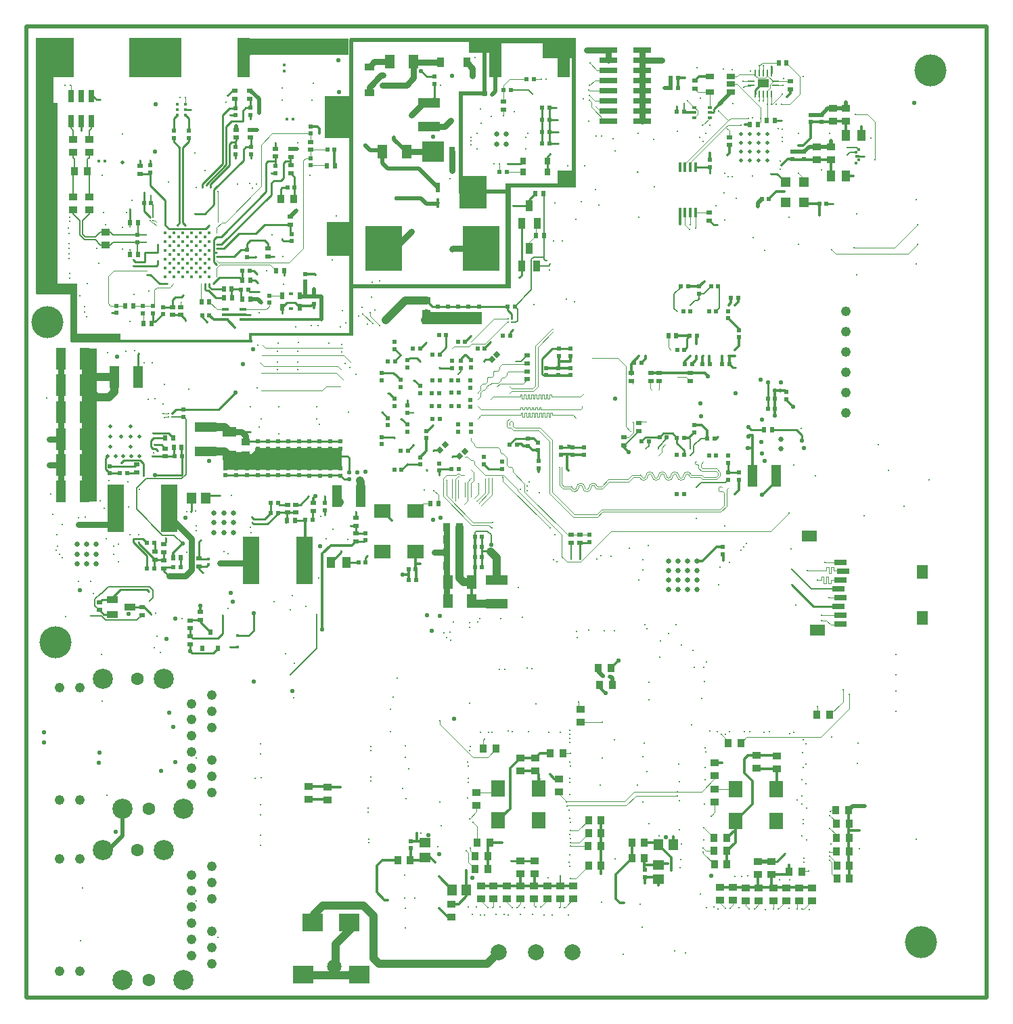
<source format=gbl>
%FSLAX25Y25*%
%MOIN*%
G70*
G01*
G75*
G04 Layer_Physical_Order=12*
G04 Layer_Color=16711680*
%ADD10C,0.01969*%
%ADD11C,0.01181*%
%ADD12R,0.05906X0.22047*%
%ADD13R,0.06299X0.19291*%
%ADD14R,0.02441X0.02441*%
%ADD15R,0.02559X0.02165*%
%ADD16R,0.02165X0.02559*%
%ADD17R,0.05512X0.03740*%
%ADD18R,0.02441X0.02441*%
%ADD19R,0.07087X0.04528*%
%ADD20R,0.03937X0.03543*%
%ADD21R,0.03543X0.03937*%
%ADD22R,0.04528X0.07087*%
%ADD23R,0.05709X0.04528*%
%ADD24R,0.04528X0.10630*%
%ADD25R,0.04528X0.05709*%
%ADD26R,0.10630X0.04528*%
%ADD27R,0.01654X0.01811*%
%ADD28R,0.01575X0.01575*%
%ADD29R,0.05512X0.04134*%
%ADD30R,0.08661X0.20472*%
%ADD31R,0.23622X0.07874*%
%ADD32R,0.06693X0.02795*%
%ADD33R,0.02795X0.06693*%
%ADD34R,0.01969X0.01969*%
%ADD35R,0.01969X0.01378*%
%ADD36R,0.01969X0.01969*%
%ADD37R,0.01378X0.01969*%
G04:AMPARAMS|DCode=38|XSize=13.78mil|YSize=19.69mil|CornerRadius=0mil|HoleSize=0mil|Usage=FLASHONLY|Rotation=315.000|XOffset=0mil|YOffset=0mil|HoleType=Round|Shape=Rectangle|*
%AMROTATEDRECTD38*
4,1,4,-0.01183,-0.00209,0.00209,0.01183,0.01183,0.00209,-0.00209,-0.01183,-0.01183,-0.00209,0.0*
%
%ADD38ROTATEDRECTD38*%

%ADD39P,0.02784X4X360.0*%
%ADD40R,0.06299X0.02165*%
%ADD41C,0.01378*%
%ADD42O,0.08268X0.01181*%
%ADD43O,0.01181X0.08268*%
%ADD44R,0.03347X0.01181*%
%ADD45R,0.01181X0.03347*%
%ADD46R,0.13386X0.13386*%
%ADD47R,0.03740X0.05512*%
%ADD48R,0.01575X0.00984*%
%ADD49R,0.01969X0.05512*%
%ADD50R,0.00984X0.01575*%
%ADD51R,0.05512X0.01969*%
%ADD52R,0.03543X0.01575*%
%ADD53R,0.01811X0.01654*%
%ADD54R,0.04724X0.02953*%
%ADD55O,0.02953X0.00984*%
%ADD56O,0.00984X0.02953*%
%ADD57R,0.17716X0.17716*%
%ADD58R,0.07520X0.02992*%
%ADD59R,0.00984X0.01969*%
%ADD60R,0.01969X0.00984*%
%ADD61R,0.09055X0.09055*%
%ADD62R,0.09449X0.02992*%
%ADD63C,0.05906*%
%ADD64R,0.10984X0.07559*%
%ADD65R,0.18110X0.22047*%
%ADD66R,0.04134X0.05512*%
%ADD67R,0.07284X0.02913*%
%ADD68R,0.02362X0.02362*%
%ADD69R,0.04528X0.02992*%
%ADD70C,0.00984*%
%ADD71R,0.02756X0.01181*%
%ADD72R,0.06221X0.09252*%
%ADD73O,0.03150X0.00984*%
%ADD74O,0.00984X0.03150*%
%ADD75R,0.18071X0.04370*%
%ADD76R,0.11181X0.12284*%
%ADD77R,0.05276X0.12284*%
%ADD78R,0.06299X0.08268*%
%ADD79R,0.05315X0.01575*%
%ADD80R,0.07480X0.07087*%
%ADD81R,0.01772X0.01378*%
%ADD82R,0.02362X0.07874*%
%ADD83R,0.01181X0.01181*%
%ADD84R,0.02362X0.01181*%
%ADD85R,0.07087X0.02362*%
%ADD86R,0.01772X0.01181*%
%ADD87R,0.01181X0.01772*%
%ADD88R,0.01181X0.01181*%
%ADD89R,0.26772X0.26772*%
%ADD90R,0.01575X0.01575*%
%ADD91R,0.03543X0.01772*%
%ADD92R,0.18898X0.18898*%
%ADD93C,0.03150*%
%ADD94C,0.00394*%
%ADD95C,0.01000*%
%ADD96C,0.00453*%
%ADD97C,0.01969*%
%ADD98C,0.01378*%
%ADD99C,0.03937*%
%ADD100C,0.00787*%
%ADD101C,0.00512*%
%ADD102C,0.00784*%
%ADD103C,0.00996*%
%ADD104C,0.01181*%
%ADD105R,0.09941X0.01870*%
%ADD106R,0.14075X0.03740*%
%ADD107R,0.04823X0.07776*%
%ADD108R,0.08268X0.01476*%
%ADD109R,0.12303X0.06004*%
%ADD110R,0.01181X0.00984*%
%ADD111R,0.03543X0.00787*%
%ADD112R,0.06299X0.00394*%
%ADD113R,0.31693X0.08071*%
%ADD114R,0.16535X0.19291*%
%ADD115R,0.08563X0.19291*%
%ADD116R,0.42224X0.07874*%
%ADD117R,0.03740X0.24016*%
%ADD118R,0.14370X0.08760*%
%ADD119R,0.09843X0.11122*%
%ADD120R,0.60335X0.08465*%
%ADD121R,0.05807X0.33169*%
%ADD122R,0.03740X0.41043*%
%ADD123R,0.04429X0.41240*%
%ADD124R,0.92913X0.01870*%
%ADD125R,0.02430X0.17389*%
%ADD126R,0.34449X0.01969*%
%ADD127R,0.03642X0.11417*%
%ADD128R,0.02431X0.00820*%
%ADD129R,0.04134X0.05413*%
%ADD130R,0.30413X0.06496*%
%ADD131R,0.30709X0.06299*%
%ADD132R,0.30315X0.12008*%
%ADD133R,0.40256X0.05807*%
%ADD134R,0.39961X0.06594*%
%ADD135R,0.00886X0.01280*%
%ADD136R,0.19095X0.03937*%
%ADD137R,0.27756X0.05413*%
%ADD138R,0.30315X0.06102*%
%ADD139R,0.30807X0.08268*%
%ADD140R,0.38091X0.05118*%
%ADD141R,0.38287X0.06398*%
%ADD142R,0.04232X0.02854*%
%ADD143R,0.05315X0.10728*%
%ADD144R,0.10531X0.12598*%
%ADD145R,0.07087X0.21752*%
%ADD146R,0.08465X0.02854*%
%ADD147R,0.02362X0.02264*%
%ADD148R,0.04429X0.02756*%
%ADD149R,0.11713X0.02953*%
%ADD150R,0.09843X0.04134*%
%ADD151R,0.04921X0.18504*%
%ADD152R,0.13189X0.03051*%
%ADD153R,0.06594X0.04232*%
%ADD154R,0.14075X0.03839*%
%ADD155R,0.03839X0.08661*%
%ADD156R,0.10728X0.03445*%
%ADD157R,0.02431X1.19587*%
%ADD158R,0.02264X0.05512*%
%ADD159R,0.03347X0.05315*%
%ADD160R,0.68504X0.02165*%
%ADD161R,0.02165X0.76575*%
%ADD162R,0.25098X0.01969*%
%ADD163R,0.02658X0.42618*%
%ADD164R,0.16043X0.02264*%
%ADD165R,0.02461X0.13189*%
%ADD166R,0.78150X0.02461*%
%ADD167R,0.34842X0.01969*%
%ADD168R,0.02264X0.71752*%
%ADD169R,0.11614X0.04035*%
%ADD170R,0.10925X0.14469*%
%ADD171R,0.19193X0.03051*%
%ADD172R,0.17224X0.04528*%
%ADD173R,0.05315X0.93799*%
%ADD174R,0.13386X0.08169*%
%ADD175R,0.08661X0.12402*%
%ADD176R,0.08465X0.09843*%
%ADD177R,0.09153X0.17224*%
%ADD178R,0.14764X0.11122*%
%ADD179R,0.13976X0.11319*%
%ADD180R,0.02854X0.21358*%
%ADD181R,0.15453X0.49409*%
%ADD182R,0.18996X0.06496*%
%ADD183R,0.06791X1.25492*%
%ADD184R,0.09911X0.06594*%
%ADD185C,0.15748*%
%ADD186C,0.09882*%
%ADD187C,0.06299*%
%ADD188C,0.04803*%
%ADD189C,0.07087*%
%ADD190C,0.07874*%
%ADD191C,0.00591*%
%ADD192C,0.02165*%
%ADD193C,0.01575*%
%ADD194C,0.02598*%
%ADD195C,0.04000*%
%ADD196C,0.13386*%
%ADD197C,0.10669*%
%ADD198C,0.05591*%
%ADD199C,0.05787*%
%ADD200C,0.08071*%
%ADD201C,0.02362*%
%ADD202C,0.03150*%
%ADD203C,0.02559*%
%ADD204C,0.02874*%
%ADD205C,0.00642*%
%ADD206P,0.03452X4X360.0*%
%ADD207R,0.07874X0.23622*%
%ADD208R,0.07087X0.07874*%
%ADD209C,0.00787*%
%ADD210R,0.01614X0.01299*%
%ADD211R,0.10236X0.08661*%
%ADD212R,0.00945X0.03543*%
%ADD213R,0.03543X0.00945*%
%ADD214R,0.05512X0.03937*%
%ADD215R,0.03937X0.02756*%
%ADD216R,0.01969X0.01575*%
%ADD217R,0.01378X0.05118*%
%ADD218R,0.01772X0.05118*%
%ADD219R,0.02362X0.05118*%
%ADD220R,0.08661X0.02913*%
%ADD221R,0.03347X0.01378*%
%ADD222R,0.05079X0.04882*%
%ADD223R,0.07874X0.07087*%
%ADD224R,0.02992X0.06496*%
%ADD225R,0.04724X0.03543*%
%ADD226R,0.03583X0.04803*%
%ADD227R,0.10512X0.10000*%
%ADD228R,0.03000X0.05000*%
%ADD229R,0.07480X0.05512*%
%ADD230R,0.05906X0.03150*%
%ADD231R,0.05512X0.07087*%
%ADD232R,0.01969X0.03248*%
%ADD233R,0.01969X0.01693*%
%ADD234R,0.03071X0.03425*%
%ADD235R,0.01969X0.02756*%
%ADD236R,0.03248X0.28937*%
%ADD237R,0.19193X0.05512*%
%ADD238R,0.02658X0.02953*%
%ADD239R,0.02067X0.02559*%
%ADD240R,0.29232X0.06299*%
%ADD241R,0.16965X0.06606*%
%ADD242R,0.41894X0.10102*%
%ADD243R,0.07284X0.75492*%
%ADD244R,0.02658X1.25984*%
%ADD245R,0.89173X0.01476*%
%ADD246R,0.01476X0.04626*%
%ADD247R,0.51476X0.01378*%
%ADD248R,0.02264X1.46260*%
%ADD249R,0.79823X0.01969*%
%ADD250R,0.02559X0.50984*%
%ADD251R,0.25295X0.01969*%
%ADD252R,0.02165X0.50394*%
%ADD253R,0.13878X0.02264*%
%ADD254R,0.02362X0.28051*%
%ADD255R,0.67618X0.02362*%
%ADD256R,0.34842X0.02067*%
%ADD257R,0.02165X0.73032*%
%ADD258R,0.44783X0.02756*%
%ADD259R,0.11811X0.16732*%
%ADD260R,0.12795X0.08071*%
%ADD261R,0.13681X0.20768*%
%ADD262R,0.23622X0.03740*%
%ADD263R,0.03839X0.93898*%
%ADD264R,0.14862X0.06201*%
%ADD265R,0.14764X0.09153*%
%ADD266R,0.13090X0.08366*%
%ADD267R,0.08465X0.07677*%
%ADD268R,0.13386X0.09055*%
%ADD269R,0.06102X1.26181*%
%ADD270R,0.08268X0.19193*%
%ADD271R,0.15846X0.19488*%
%ADD272R,0.41142X0.08268*%
D10*
X366732Y293898D02*
D03*
X42815Y406201D02*
D03*
X347539Y407185D02*
D03*
Y411516D02*
D03*
X351870Y407185D02*
D03*
Y411516D02*
D03*
X347539Y420177D02*
D03*
Y415846D02*
D03*
X351870Y420177D02*
D03*
Y415846D02*
D03*
X356201Y407185D02*
D03*
X360531Y411516D02*
D03*
Y407185D02*
D03*
X356201Y411516D02*
D03*
Y415846D02*
D03*
X360531D02*
D03*
X356201Y420177D02*
D03*
X360531D02*
D03*
X35433Y261457D02*
D03*
X39370D02*
D03*
X36909Y266083D02*
D03*
Y271201D02*
D03*
Y276319D02*
D03*
X42224Y271201D02*
D03*
X47244Y261457D02*
D03*
X43307D02*
D03*
X51181D02*
D03*
X46752Y266083D02*
D03*
X46752Y276319D02*
D03*
Y271201D02*
D03*
X51279Y271201D02*
D03*
D11*
X44685Y381595D02*
D03*
X24213Y332677D02*
D03*
X16732Y349114D02*
D03*
X16634Y361122D02*
D03*
X16535Y363779D02*
D03*
X16634Y371358D02*
D03*
X16732Y377166D02*
D03*
X263090Y65354D02*
D03*
X415256Y267126D02*
D03*
X348819Y216732D02*
D03*
X350295Y218406D02*
D03*
X347441Y215256D02*
D03*
X427854Y236910D02*
D03*
X420079Y254429D02*
D03*
X440158Y249803D02*
D03*
X391732Y70669D02*
D03*
X391142Y64469D02*
D03*
X23228Y49016D02*
D03*
X22047Y22736D02*
D03*
X32776Y140748D02*
D03*
X263583Y71358D02*
D03*
X35335Y94587D02*
D03*
X260236Y452949D02*
D03*
X216531Y457870D02*
D03*
X408563Y89075D02*
D03*
X433858Y387992D02*
D03*
X433957Y73032D02*
D03*
X199646Y444153D02*
D03*
X58563Y457870D02*
D03*
X351476Y38681D02*
D03*
X354035D02*
D03*
X89862Y24409D02*
D03*
X339862Y38976D02*
D03*
X342224D02*
D03*
X375295Y38681D02*
D03*
X377362D02*
D03*
X79137Y42719D02*
D03*
X365748Y38484D02*
D03*
X363484D02*
D03*
X108169Y462598D02*
D03*
X9843Y452559D02*
D03*
X110039Y332185D02*
D03*
X138484Y285925D02*
D03*
X154232Y283268D02*
D03*
X159252Y330709D02*
D03*
X167028Y333465D02*
D03*
X150295Y325295D02*
D03*
X128051Y325197D02*
D03*
X109350Y316142D02*
D03*
X301870Y217717D02*
D03*
X276476Y210827D02*
D03*
X315354Y178445D02*
D03*
X300295D02*
D03*
X329134Y157480D02*
D03*
X324410D02*
D03*
X242323Y157087D02*
D03*
X228445Y156398D02*
D03*
X217815Y179823D02*
D03*
X213681Y179626D02*
D03*
X202362Y172146D02*
D03*
X79035Y393996D02*
D03*
X106890Y393602D02*
D03*
X65551Y396555D02*
D03*
X122047Y346260D02*
D03*
X113976Y352756D02*
D03*
X157874Y301772D02*
D03*
X119882Y285728D02*
D03*
X105709Y285827D02*
D03*
X139075Y325984D02*
D03*
X135728Y325984D02*
D03*
X163386Y326476D02*
D03*
X144390Y317224D02*
D03*
X150984Y312992D02*
D03*
X150886Y316634D02*
D03*
X154921Y305217D02*
D03*
X152559Y307185D02*
D03*
X110335Y275886D02*
D03*
X139961Y277264D02*
D03*
X138583Y279823D02*
D03*
X111221D02*
D03*
X109153Y295374D02*
D03*
X129232Y304331D02*
D03*
X119291D02*
D03*
X129232Y307874D02*
D03*
X119291Y307776D02*
D03*
Y313091D02*
D03*
X129331Y313090D02*
D03*
X119390Y317323D02*
D03*
X121850Y359744D02*
D03*
X201279Y174705D02*
D03*
X253248Y353248D02*
D03*
X71063Y438307D02*
D03*
X14370Y444291D02*
D03*
X99410Y395669D02*
D03*
X108858Y395472D02*
D03*
X105610Y395768D02*
D03*
X116535Y370472D02*
D03*
X129528Y317618D02*
D03*
X73701Y438307D02*
D03*
X17323Y444291D02*
D03*
X58563Y167126D02*
D03*
X61614Y164862D02*
D03*
X32579Y163878D02*
D03*
X296752Y420472D02*
D03*
X269685Y437697D02*
D03*
X94587Y439173D02*
D03*
X110039Y430610D02*
D03*
X76477Y432185D02*
D03*
X348819Y443307D02*
D03*
X367520Y434941D02*
D03*
X340846Y410039D02*
D03*
X337303Y206988D02*
D03*
X336614Y198327D02*
D03*
X140650Y231988D02*
D03*
X106791Y228937D02*
D03*
X106496Y231693D02*
D03*
X106102Y223917D02*
D03*
X105807Y226575D02*
D03*
X38484Y213386D02*
D03*
X79232Y227067D02*
D03*
X384260Y251762D02*
D03*
X321260Y436713D02*
D03*
X404665Y350945D02*
D03*
X339665Y227264D02*
D03*
X325394Y230807D02*
D03*
X222827Y39378D02*
D03*
X164173Y71063D02*
D03*
X225098Y39378D02*
D03*
X164173Y72965D02*
D03*
X246449Y39469D02*
D03*
X165059Y101673D02*
D03*
X248721Y39469D02*
D03*
X165059Y103575D02*
D03*
X237008Y39280D02*
D03*
X163976Y88221D02*
D03*
X234736Y39280D02*
D03*
X163976Y86319D02*
D03*
X260531Y39378D02*
D03*
X165157Y118437D02*
D03*
X258260Y39378D02*
D03*
X165157Y116536D02*
D03*
X433760Y356201D02*
D03*
X404567Y380945D02*
D03*
X434449Y365748D02*
D03*
X392028Y363189D02*
D03*
X434646Y375492D02*
D03*
X403150Y364075D02*
D03*
X411516Y418110D02*
D03*
X413484Y407579D02*
D03*
X403839Y429921D02*
D03*
X399803Y409842D02*
D03*
Y413681D02*
D03*
X196260Y244685D02*
D03*
X275689Y392913D02*
D03*
X268996Y387008D02*
D03*
X277658Y385138D02*
D03*
X59153Y184154D02*
D03*
X56890Y183661D02*
D03*
X27264Y182776D02*
D03*
X56102Y190354D02*
D03*
X32579Y193898D02*
D03*
X55709Y194980D02*
D03*
X28543Y193996D02*
D03*
X127067Y142421D02*
D03*
X14764Y182579D02*
D03*
X138583Y183661D02*
D03*
X377756Y115453D02*
D03*
X279134Y112795D02*
D03*
X125492Y153937D02*
D03*
X251870Y357776D02*
D03*
X253642Y356102D02*
D03*
X133071Y187500D02*
D03*
X94784Y186516D02*
D03*
X377264Y275098D02*
D03*
X117618Y189961D02*
D03*
X146555Y225590D02*
D03*
X72047Y181595D02*
D03*
X123228Y164272D02*
D03*
X126575Y192815D02*
D03*
X59744Y173031D02*
D03*
X95768Y167717D02*
D03*
X125591Y186024D02*
D03*
X127657Y159449D02*
D03*
X92323Y183169D02*
D03*
X335996Y125858D02*
D03*
X339961Y124409D02*
D03*
X341902Y125815D02*
D03*
X349114Y125886D02*
D03*
X351744Y126012D02*
D03*
X358957Y125492D02*
D03*
X371429Y124776D02*
D03*
X373398Y125618D02*
D03*
X378055Y121847D02*
D03*
X379531Y110036D02*
D03*
X378252Y108067D02*
D03*
X377457Y102162D02*
D03*
X377563Y94288D02*
D03*
X377661Y90351D02*
D03*
X378153Y82477D02*
D03*
X378146Y80508D02*
D03*
X377464Y74603D02*
D03*
X378445Y63681D02*
D03*
X378346Y61516D02*
D03*
X381201Y38189D02*
D03*
X371555Y52756D02*
D03*
X366535Y52854D02*
D03*
X350886Y54724D02*
D03*
X347807Y54500D02*
D03*
X344488Y54429D02*
D03*
X336221Y38484D02*
D03*
X330512Y39272D02*
D03*
X317028Y77658D02*
D03*
X329524Y90351D02*
D03*
X317224Y91732D02*
D03*
Y101083D02*
D03*
X329720Y102162D02*
D03*
X329721Y108067D02*
D03*
X330016Y115941D02*
D03*
X329918Y117910D02*
D03*
X323201Y129063D02*
D03*
X219087Y125598D02*
D03*
X223024Y125697D02*
D03*
X224992Y125681D02*
D03*
X234835Y125894D02*
D03*
X242709Y125894D02*
D03*
X252756Y125689D02*
D03*
X258661D02*
D03*
X263289Y126559D02*
D03*
X263335Y124555D02*
D03*
X263240Y122587D02*
D03*
X263335Y110776D02*
D03*
X263433Y108807D02*
D03*
X263338Y102902D02*
D03*
X278051Y99508D02*
D03*
X263335Y83217D02*
D03*
X263433Y81248D02*
D03*
X263240Y75343D02*
D03*
X262941Y61563D02*
D03*
X263039Y59595D02*
D03*
X262394Y35441D02*
D03*
X254520Y35622D02*
D03*
X250583Y35622D02*
D03*
X244677Y35736D02*
D03*
X238772Y35917D02*
D03*
X232866Y35441D02*
D03*
X230898Y35736D02*
D03*
X226961Y35721D02*
D03*
X221055Y35539D02*
D03*
X219087Y35638D02*
D03*
X215059Y35728D02*
D03*
X199803Y79429D02*
D03*
X199264Y91091D02*
D03*
X212941Y93059D02*
D03*
X213142Y100933D02*
D03*
X213141Y102902D02*
D03*
X213240Y108807D02*
D03*
X213831Y116681D02*
D03*
X214024Y118650D02*
D03*
X143110Y220768D02*
D03*
X142618Y232480D02*
D03*
Y242028D02*
D03*
X151083Y238386D02*
D03*
X153740Y220472D02*
D03*
X163583Y212697D02*
D03*
X157776Y234350D02*
D03*
X155315Y227362D02*
D03*
X150591Y214764D02*
D03*
X74409Y234154D02*
D03*
X78839Y234547D02*
D03*
X76673Y234350D02*
D03*
X94685Y213484D02*
D03*
X92716Y214567D02*
D03*
X96653Y242126D02*
D03*
X90748Y242323D02*
D03*
X79134Y224803D02*
D03*
X82480Y204134D02*
D03*
X74410Y214370D02*
D03*
X81496Y220374D02*
D03*
X139567Y201575D02*
D03*
X134449Y241732D02*
D03*
X38583Y217323D02*
D03*
X27165Y199902D02*
D03*
X21250Y199890D02*
D03*
X10728Y217323D02*
D03*
X21260Y231299D02*
D03*
X24508Y231693D02*
D03*
X10433Y222835D02*
D03*
X13287Y228051D02*
D03*
X34744Y220965D02*
D03*
X64173Y221161D02*
D03*
X46555Y222736D02*
D03*
X50787D02*
D03*
X40945Y209646D02*
D03*
Y218110D02*
D03*
X13178Y211406D02*
D03*
X48130Y219390D02*
D03*
X11811Y213189D02*
D03*
X50886Y219291D02*
D03*
X42314Y258259D02*
D03*
X53248Y251772D02*
D03*
X36024Y249705D02*
D03*
X33957Y236024D02*
D03*
X45866Y236614D02*
D03*
X57972Y272736D02*
D03*
X60236Y264370D02*
D03*
X47638Y253150D02*
D03*
X35531Y312500D02*
D03*
X51083Y245177D02*
D03*
X58169Y263386D02*
D03*
X45374Y248917D02*
D03*
X58366Y267224D02*
D03*
X57382Y261417D02*
D03*
X169390Y347736D02*
D03*
X304626Y417717D02*
D03*
X406791Y424016D02*
D03*
X399311Y435925D02*
D03*
X375886Y414665D02*
D03*
X402953Y399508D02*
D03*
X391831Y417028D02*
D03*
X367618Y404823D02*
D03*
X319685Y448032D02*
D03*
X359154Y362992D02*
D03*
X315846Y433760D02*
D03*
X392815Y385925D02*
D03*
X408169Y409350D02*
D03*
X367914Y439961D02*
D03*
X375787Y400886D02*
D03*
X335138Y384941D02*
D03*
X345079Y388681D02*
D03*
X327067Y418602D02*
D03*
X328839Y416437D02*
D03*
X262205Y404429D02*
D03*
X219094Y432579D02*
D03*
X256594Y433169D02*
D03*
X257579Y415650D02*
D03*
X257480Y421358D02*
D03*
X257087Y427165D02*
D03*
X241437Y412795D02*
D03*
X217421D02*
D03*
X225689Y405610D02*
D03*
X224606Y429035D02*
D03*
X244882Y439862D02*
D03*
X235925Y431201D02*
D03*
X241634Y418701D02*
D03*
X232480Y405709D02*
D03*
X217520Y420669D02*
D03*
X228543Y405610D02*
D03*
X230512Y429331D02*
D03*
X32701Y400024D02*
D03*
X46654Y383071D02*
D03*
X42815Y420079D02*
D03*
X93996Y435728D02*
D03*
X135236Y399902D02*
D03*
X129035Y416043D02*
D03*
X51476Y407185D02*
D03*
X109055Y422343D02*
D03*
X98721Y424311D02*
D03*
X16732Y351575D02*
D03*
X16634Y358760D02*
D03*
X16535Y366339D02*
D03*
X16142Y373917D02*
D03*
X16732Y379134D02*
D03*
X55709Y342961D02*
D03*
X58956Y327764D02*
D03*
X73721Y328150D02*
D03*
X109350Y347047D02*
D03*
X122441Y350492D02*
D03*
X117520Y359842D02*
D03*
X128543Y382481D02*
D03*
X128839Y412795D02*
D03*
X118012Y415945D02*
D03*
X151083Y333268D02*
D03*
X121653Y368406D02*
D03*
X84646Y327559D02*
D03*
X78642Y411024D02*
D03*
X98327Y324882D02*
D03*
X105807Y331299D02*
D03*
X121653Y331988D02*
D03*
X110138Y342717D02*
D03*
X109153Y351181D02*
D03*
X108563Y359744D02*
D03*
X121555Y393799D02*
D03*
X116240Y400886D02*
D03*
X95965Y429429D02*
D03*
X106004Y427461D02*
D03*
X106299Y408366D02*
D03*
X98622Y408268D02*
D03*
X46654Y327953D02*
D03*
X47343Y387697D02*
D03*
X33661Y381398D02*
D03*
X34449Y375689D02*
D03*
X30315Y363878D02*
D03*
X31299Y356496D02*
D03*
X56496Y407185D02*
D03*
X25098Y330315D02*
D03*
X25492Y346555D02*
D03*
X21752Y340650D02*
D03*
X86122Y393799D02*
D03*
X84055Y394882D02*
D03*
X78666Y380831D02*
D03*
X87992Y385433D02*
D03*
X82185Y393799D02*
D03*
X83464Y402166D02*
D03*
X89764Y391732D02*
D03*
X139862Y420669D02*
D03*
X137205Y343996D02*
D03*
X152854Y327264D02*
D03*
X165847Y347244D02*
D03*
X165453Y339862D02*
D03*
X137697Y350886D02*
D03*
X137106Y334547D02*
D03*
X329228Y72634D02*
D03*
X327559Y45866D02*
D03*
X334028Y39496D02*
D03*
X346654Y39075D02*
D03*
X359350Y38386D02*
D03*
X371162Y38878D02*
D03*
X379721Y72634D02*
D03*
X379721Y88382D02*
D03*
X379524Y100193D02*
D03*
X379425Y119878D02*
D03*
X332059Y126110D02*
D03*
X361587Y126012D02*
D03*
X316728Y110036D02*
D03*
X297933Y40945D02*
D03*
X186957Y43949D02*
D03*
X181693Y43996D02*
D03*
X212941Y110776D02*
D03*
X198228Y69193D02*
D03*
X213181Y39477D02*
D03*
X217118Y39477D02*
D03*
X228929Y39461D02*
D03*
X240740Y39280D02*
D03*
X252658Y53937D02*
D03*
X263484Y73327D02*
D03*
X262795Y87303D02*
D03*
X263335Y100933D02*
D03*
X263290Y120661D02*
D03*
X246358Y139469D02*
D03*
X213878Y139961D02*
D03*
X176280Y142913D02*
D03*
X139173Y92421D02*
D03*
X150295Y98425D02*
D03*
X215650Y81201D02*
D03*
X213780Y82973D02*
D03*
X180708Y98022D02*
D03*
X229724Y71162D02*
D03*
X214075Y68406D02*
D03*
X285433Y63288D02*
D03*
X249803Y115355D02*
D03*
X263583Y115158D02*
D03*
X285236Y121851D02*
D03*
X278937Y42028D02*
D03*
X253346Y104823D02*
D03*
X278642Y56004D02*
D03*
X263484Y53642D02*
D03*
X263583Y69390D02*
D03*
X263484Y77362D02*
D03*
X212008Y67323D02*
D03*
X187992Y75886D02*
D03*
X189862Y75788D02*
D03*
X212303Y57579D02*
D03*
X198917Y38878D02*
D03*
X198819Y54429D02*
D03*
X196850Y61516D02*
D03*
X173622Y43012D02*
D03*
X181693Y55217D02*
D03*
X182283Y29232D02*
D03*
Y38976D02*
D03*
X178051Y152165D02*
D03*
X242569Y106693D02*
D03*
X391240Y62599D02*
D03*
X405217Y120276D02*
D03*
X405905Y77166D02*
D03*
X405807Y68110D02*
D03*
X391339Y66634D02*
D03*
X391240Y78347D02*
D03*
X391339Y84449D02*
D03*
X391437Y86516D02*
D03*
X328937Y66634D02*
D03*
X344705Y71378D02*
D03*
X328937Y68504D02*
D03*
X329134Y78543D02*
D03*
X307087Y74508D02*
D03*
X317622Y58855D02*
D03*
X317819Y62792D02*
D03*
X318016Y70666D02*
D03*
X314071Y74307D02*
D03*
X313189Y57677D02*
D03*
X306988Y50295D02*
D03*
X300295Y51378D02*
D03*
X289764Y41536D02*
D03*
X311414Y60823D02*
D03*
X298862Y29484D02*
D03*
X302327Y141402D02*
D03*
Y150063D02*
D03*
X404823Y110335D02*
D03*
X302165Y80610D02*
D03*
X371260Y60236D02*
D03*
X380807Y57087D02*
D03*
X338189Y110433D02*
D03*
X360433Y107579D02*
D03*
X332776Y84351D02*
D03*
X175394Y230020D02*
D03*
X189567Y208662D02*
D03*
X338858Y210354D02*
D03*
X299016Y205610D02*
D03*
X297047Y200492D02*
D03*
X299016Y210433D02*
D03*
X242224Y246949D02*
D03*
X238780Y245374D02*
D03*
X242126Y244488D02*
D03*
X248327Y243701D02*
D03*
X261519Y338881D02*
D03*
X245669Y336122D02*
D03*
X262598Y254429D02*
D03*
X260728Y308366D02*
D03*
X247736Y253740D02*
D03*
X183957Y107579D02*
D03*
X182324Y118956D02*
D03*
X182087Y113386D02*
D03*
X231102Y156496D02*
D03*
X182352Y92845D02*
D03*
X218701Y181693D02*
D03*
X205807Y179916D02*
D03*
X204429Y170965D02*
D03*
X204134Y174902D02*
D03*
X213681Y177264D02*
D03*
X278445Y212500D02*
D03*
X283469Y212300D02*
D03*
X292421Y216240D02*
D03*
X296457Y99508D02*
D03*
X301132Y176526D02*
D03*
X311860Y174163D02*
D03*
X299311Y113484D02*
D03*
X299705Y120079D02*
D03*
X307776Y170669D02*
D03*
X318307Y168504D02*
D03*
X307579Y162500D02*
D03*
X323819Y165748D02*
D03*
X330610Y160236D02*
D03*
X301280Y106201D02*
D03*
X299016Y91339D02*
D03*
X316339Y94292D02*
D03*
Y96260D02*
D03*
X261614Y91339D02*
D03*
X261713Y89370D02*
D03*
X224803Y226181D02*
D03*
X225098Y229036D02*
D03*
X244390Y156988D02*
D03*
X57382Y307481D02*
D03*
X53347Y307677D02*
D03*
X50984Y312205D02*
D03*
X54626Y370571D02*
D03*
X54626Y367028D02*
D03*
X46457Y363189D02*
D03*
Y374410D02*
D03*
X42815Y374114D02*
D03*
X42717Y363583D02*
D03*
X97638Y331299D02*
D03*
X48228Y358071D02*
D03*
X48130Y355315D02*
D03*
X147244Y408465D02*
D03*
X24311Y335236D02*
D03*
X111122Y337205D02*
D03*
X121358Y443012D02*
D03*
X121457Y436811D02*
D03*
X136811Y445079D02*
D03*
X136221Y436811D02*
D03*
X242618Y420669D02*
D03*
X214665Y414764D02*
D03*
X214567Y416732D02*
D03*
Y418701D02*
D03*
X348524Y446063D02*
D03*
X360532Y434744D02*
D03*
X358563Y436417D02*
D03*
X356594Y436417D02*
D03*
X362500Y434842D02*
D03*
X356594Y453740D02*
D03*
X358563Y453740D02*
D03*
X362500Y453642D02*
D03*
X368209Y444095D02*
D03*
X351083Y428051D02*
D03*
X347342Y424606D02*
D03*
X357087Y427854D02*
D03*
X375984Y420571D02*
D03*
X330217D02*
D03*
X339272Y391338D02*
D03*
X368799Y391831D02*
D03*
X339567Y377756D02*
D03*
X391043Y420472D02*
D03*
X316339Y421555D02*
D03*
X355807Y384646D02*
D03*
X328642Y424508D02*
D03*
X336417Y431693D02*
D03*
X325098Y374016D02*
D03*
X338878Y452362D02*
D03*
X266240Y378346D02*
D03*
X253642Y410532D02*
D03*
X249606Y430118D02*
D03*
X309941Y442815D02*
D03*
X325886Y452756D02*
D03*
X343602Y435101D02*
D03*
X349508Y424902D02*
D03*
X328051Y448524D02*
D03*
X343209Y451772D02*
D03*
X352264Y451279D02*
D03*
X368356Y447490D02*
D03*
X378150Y448425D02*
D03*
X370079Y438583D02*
D03*
X367421Y426772D02*
D03*
X365748Y423032D02*
D03*
X367913Y422539D02*
D03*
X367913Y418602D02*
D03*
X367914Y416634D02*
D03*
X366732Y406791D02*
D03*
X387106Y402559D02*
D03*
X362303Y400591D02*
D03*
X375984Y365846D02*
D03*
X371063Y379331D02*
D03*
X353642Y369291D02*
D03*
X353051Y399409D02*
D03*
X343209Y399213D02*
D03*
X341240Y399114D02*
D03*
X339665Y400886D02*
D03*
X335925Y375492D02*
D03*
X317421Y375886D02*
D03*
X332185Y400787D02*
D03*
X332283Y410827D02*
D03*
X332185Y424508D02*
D03*
X327362Y437894D02*
D03*
X366831Y402854D02*
D03*
X364862Y434744D02*
D03*
X353051Y428248D02*
D03*
X44390Y313386D02*
D03*
X48917Y313484D02*
D03*
X219587Y425457D02*
D03*
X146162Y358169D02*
D03*
X235335Y384843D02*
D03*
X204232Y398327D02*
D03*
X191535Y244783D02*
D03*
X255118Y367618D02*
D03*
X265453Y337500D02*
D03*
X259350Y367421D02*
D03*
X255906Y386319D02*
D03*
X278937Y419095D02*
D03*
X276279Y419291D02*
D03*
X270374Y404626D02*
D03*
X285531Y412008D02*
D03*
X272342Y426575D02*
D03*
X284350Y418012D02*
D03*
X297047Y379232D02*
D03*
X239961Y182185D02*
D03*
X266831Y172146D02*
D03*
X266437Y175295D02*
D03*
X272421Y175768D02*
D03*
X280039Y175709D02*
D03*
X285138Y175394D02*
D03*
X372224Y215728D02*
D03*
X372657Y198110D02*
D03*
X372421Y205728D02*
D03*
X374587Y188110D02*
D03*
X237795Y197047D02*
D03*
X256693Y209449D02*
D03*
X243110Y249016D02*
D03*
X255020Y210630D02*
D03*
X255807Y223031D02*
D03*
X253346Y226083D02*
D03*
X230118Y251181D02*
D03*
X296358Y401575D02*
D03*
X304823Y394094D02*
D03*
X263878Y210827D02*
D03*
X268110Y210925D02*
D03*
X371161Y233661D02*
D03*
X373524Y257382D02*
D03*
X390748Y192028D02*
D03*
X388681Y209350D02*
D03*
X387205Y183268D02*
D03*
X385039Y200492D02*
D03*
X380118Y205315D02*
D03*
X387008Y180709D02*
D03*
X221055Y122335D02*
D03*
X174702Y136895D02*
D03*
X174803Y125984D02*
D03*
X199114Y131102D02*
D03*
X267421Y140650D02*
D03*
X279232Y130610D02*
D03*
X289469Y16240D02*
D03*
X337965Y124480D02*
D03*
X385039Y138386D02*
D03*
X397736Y146555D02*
D03*
X400787Y144095D02*
D03*
X263289Y94865D02*
D03*
X106004Y273622D02*
D03*
X262205Y267028D02*
D03*
X336319Y271358D02*
D03*
X344882Y305217D02*
D03*
X386122Y380216D02*
D03*
X234055Y62285D02*
D03*
X258366Y54823D02*
D03*
X314862Y18012D02*
D03*
X369193Y65945D02*
D03*
X423799Y145945D02*
D03*
X423898Y135945D02*
D03*
X392126Y123228D02*
D03*
X55512Y289469D02*
D03*
X58858Y289961D02*
D03*
X63386Y297047D02*
D03*
X62795Y287205D02*
D03*
X320177Y16929D02*
D03*
X160925Y334842D02*
D03*
X148327Y379921D02*
D03*
X229134Y181496D02*
D03*
X232874Y126083D02*
D03*
X272736Y439370D02*
D03*
X272638Y441732D02*
D03*
X56988Y389764D02*
D03*
X62992Y282579D02*
D03*
X161319Y331693D02*
D03*
X166240Y326772D02*
D03*
X322146Y373327D02*
D03*
X273031Y455217D02*
D03*
X63386Y280512D02*
D03*
X169390Y325984D02*
D03*
X164961Y332283D02*
D03*
X322539Y375492D02*
D03*
X272835Y444095D02*
D03*
X110866Y119921D02*
D03*
X110886Y114921D02*
D03*
X108163Y102739D02*
D03*
X111018Y103330D02*
D03*
X110905Y74921D02*
D03*
X110984Y69921D02*
D03*
X110945Y84921D02*
D03*
X110925Y89961D02*
D03*
X79137Y112900D02*
D03*
X5610Y290059D02*
D03*
X7382Y242913D02*
D03*
X31988Y239469D02*
D03*
X8366Y232776D02*
D03*
X119882Y272441D02*
D03*
X238189Y349410D02*
D03*
X319390Y435138D02*
D03*
X423898Y163858D02*
D03*
X423740Y153858D02*
D03*
X272835Y436811D02*
D03*
X6988Y269980D02*
D03*
X196590Y214110D02*
D03*
X408169Y232382D02*
D03*
X6791Y257087D02*
D03*
X329429Y150492D02*
D03*
X328051Y142323D02*
D03*
X375295Y92323D02*
D03*
X75590Y294390D02*
D03*
X10236Y215354D02*
D03*
X176673Y418701D02*
D03*
X341762Y209302D02*
D03*
X249114Y447146D02*
D03*
X251673Y447342D02*
D03*
X225000Y439665D02*
D03*
X48622Y341142D02*
D03*
D13*
X102461Y457870D02*
D03*
X68961D02*
D03*
X260039Y457772D02*
D03*
X226539D02*
D03*
X49213Y457870D02*
D03*
X15713D02*
D03*
D14*
X39862Y332087D02*
D03*
Y335630D02*
D03*
X52756Y331988D02*
D03*
Y335532D02*
D03*
X57776Y331988D02*
D03*
Y335532D02*
D03*
X135630Y420472D02*
D03*
Y424016D02*
D03*
X135630Y404725D02*
D03*
Y408268D02*
D03*
X104331Y252067D02*
D03*
Y255610D02*
D03*
X98957Y252067D02*
D03*
Y255610D02*
D03*
X93504Y252067D02*
D03*
Y255610D02*
D03*
X183071Y273622D02*
D03*
Y277165D02*
D03*
X176772Y286319D02*
D03*
Y289862D02*
D03*
X189370Y257480D02*
D03*
Y261024D02*
D03*
X170472Y267421D02*
D03*
Y270965D02*
D03*
X192421Y270473D02*
D03*
Y274016D02*
D03*
X183268Y282973D02*
D03*
Y286516D02*
D03*
X179921Y295571D02*
D03*
Y299114D02*
D03*
X242457Y266646D02*
D03*
Y270189D02*
D03*
X247673Y264579D02*
D03*
Y268122D02*
D03*
X263520Y301390D02*
D03*
Y304933D02*
D03*
X257614Y301390D02*
D03*
Y304933D02*
D03*
X251551Y301390D02*
D03*
Y304933D02*
D03*
X247772Y255720D02*
D03*
Y259264D02*
D03*
X264602Y262315D02*
D03*
Y265858D02*
D03*
X263520Y311035D02*
D03*
Y314579D02*
D03*
X257811Y311035D02*
D03*
Y314579D02*
D03*
X258894Y262315D02*
D03*
Y265858D02*
D03*
X170472Y299016D02*
D03*
Y302559D02*
D03*
X173524Y276772D02*
D03*
Y280315D02*
D03*
X189370Y292618D02*
D03*
Y296161D02*
D03*
X270114Y262315D02*
D03*
Y265858D02*
D03*
X213224Y331662D02*
D03*
Y335205D02*
D03*
X183071Y305217D02*
D03*
Y308760D02*
D03*
X218406Y331693D02*
D03*
Y335236D02*
D03*
X220866Y257579D02*
D03*
Y261122D02*
D03*
X214567Y305217D02*
D03*
Y308760D02*
D03*
X176969Y314272D02*
D03*
Y317815D02*
D03*
X208157Y331693D02*
D03*
Y335236D02*
D03*
X203150Y331594D02*
D03*
Y335138D02*
D03*
X198130Y331693D02*
D03*
Y335236D02*
D03*
X205118Y304921D02*
D03*
Y308465D02*
D03*
X209547Y304921D02*
D03*
Y308465D02*
D03*
X198819Y254429D02*
D03*
Y257972D02*
D03*
X229724Y255217D02*
D03*
Y258760D02*
D03*
X369980Y289567D02*
D03*
Y293110D02*
D03*
X129787Y252079D02*
D03*
Y255622D02*
D03*
X124669Y252177D02*
D03*
Y255720D02*
D03*
X145043Y265366D02*
D03*
Y268909D02*
D03*
X150260Y265366D02*
D03*
Y268909D02*
D03*
X119622Y252055D02*
D03*
Y255598D02*
D03*
X214567Y273622D02*
D03*
Y277165D02*
D03*
X109512Y265268D02*
D03*
Y268811D02*
D03*
X114630Y265268D02*
D03*
Y268811D02*
D03*
X119650Y265268D02*
D03*
Y268811D02*
D03*
X214323Y285795D02*
D03*
Y289338D02*
D03*
Y295343D02*
D03*
Y298886D02*
D03*
X124669Y265268D02*
D03*
Y268811D02*
D03*
X129689Y265268D02*
D03*
Y268811D02*
D03*
X134906Y265268D02*
D03*
Y268811D02*
D03*
X139925Y265268D02*
D03*
Y268811D02*
D03*
X114504Y252055D02*
D03*
Y255598D02*
D03*
X109386Y252055D02*
D03*
Y255598D02*
D03*
X145177Y251870D02*
D03*
Y255413D02*
D03*
X140024Y251882D02*
D03*
Y255425D02*
D03*
X135004Y251980D02*
D03*
Y255523D02*
D03*
X150295Y251870D02*
D03*
Y255413D02*
D03*
X208268Y273524D02*
D03*
Y277067D02*
D03*
X338583Y213189D02*
D03*
Y216732D02*
D03*
X324606Y273327D02*
D03*
Y276870D02*
D03*
X326969Y341536D02*
D03*
Y345079D02*
D03*
X341339Y329429D02*
D03*
Y332973D02*
D03*
X346457Y320079D02*
D03*
Y323622D02*
D03*
X341339Y258366D02*
D03*
Y261910D02*
D03*
X341240Y249902D02*
D03*
Y253445D02*
D03*
X346457Y249902D02*
D03*
Y253445D02*
D03*
X184941Y68406D02*
D03*
Y71949D02*
D03*
X300295Y54331D02*
D03*
Y57874D02*
D03*
X36614Y253150D02*
D03*
Y256693D02*
D03*
X142618Y234941D02*
D03*
Y238484D02*
D03*
X162500Y220079D02*
D03*
Y223622D02*
D03*
X196457Y444980D02*
D03*
Y448524D02*
D03*
X68012Y418209D02*
D03*
Y421752D02*
D03*
X75492Y418209D02*
D03*
Y421752D02*
D03*
X106299Y410335D02*
D03*
Y413878D02*
D03*
X56496Y401181D02*
D03*
Y404724D02*
D03*
X126083Y367421D02*
D03*
Y370965D02*
D03*
X106004Y429528D02*
D03*
Y433071D02*
D03*
X104134Y359646D02*
D03*
Y363189D02*
D03*
X118307Y400886D02*
D03*
Y404429D02*
D03*
X98425Y429429D02*
D03*
Y432972D02*
D03*
X98622Y410335D02*
D03*
Y413878D02*
D03*
X62795Y331496D02*
D03*
Y335039D02*
D03*
X132776Y347540D02*
D03*
Y351083D02*
D03*
X115059Y337106D02*
D03*
Y340650D02*
D03*
X137106Y336713D02*
D03*
Y340256D02*
D03*
X50197Y367028D02*
D03*
Y370571D02*
D03*
X272835Y219291D02*
D03*
Y222834D02*
D03*
X332185Y404036D02*
D03*
Y407579D02*
D03*
X387008Y426083D02*
D03*
Y429626D02*
D03*
X381693Y426083D02*
D03*
Y429626D02*
D03*
X378642Y407874D02*
D03*
Y411417D02*
D03*
X372933Y407874D02*
D03*
Y411417D02*
D03*
X72933Y281004D02*
D03*
Y284547D02*
D03*
D15*
X31398Y185728D02*
D03*
Y189665D02*
D03*
X52461Y183366D02*
D03*
Y187303D02*
D03*
X125591Y375591D02*
D03*
Y379528D02*
D03*
X106004Y418406D02*
D03*
Y422343D02*
D03*
X51476Y400591D02*
D03*
Y404528D02*
D03*
X105512Y437697D02*
D03*
Y441634D02*
D03*
X118012Y409055D02*
D03*
Y412992D02*
D03*
X125787Y408858D02*
D03*
Y412795D02*
D03*
X114370Y359842D02*
D03*
Y363779D02*
D03*
X98228Y437697D02*
D03*
Y441634D02*
D03*
X67421Y331102D02*
D03*
Y335039D02*
D03*
X230512Y432185D02*
D03*
Y436122D02*
D03*
X71653Y331102D02*
D03*
Y335039D02*
D03*
X135630Y412402D02*
D03*
Y416339D02*
D03*
X289862Y266831D02*
D03*
Y270768D02*
D03*
X297244Y273917D02*
D03*
Y277854D02*
D03*
X303150Y298524D02*
D03*
Y302461D02*
D03*
X307185Y298524D02*
D03*
Y302461D02*
D03*
X322539Y298524D02*
D03*
Y302461D02*
D03*
X293406Y298524D02*
D03*
Y302461D02*
D03*
X63976Y261417D02*
D03*
Y265354D02*
D03*
X49803Y253642D02*
D03*
Y257579D02*
D03*
X63287Y206299D02*
D03*
Y210236D02*
D03*
X63189Y214272D02*
D03*
Y218209D02*
D03*
X58760Y210531D02*
D03*
Y214468D02*
D03*
X136811Y234646D02*
D03*
Y238583D02*
D03*
X128248Y233760D02*
D03*
Y237697D02*
D03*
X124016Y233760D02*
D03*
Y237697D02*
D03*
X80610Y207283D02*
D03*
Y211220D02*
D03*
X157776Y219488D02*
D03*
Y223425D02*
D03*
Y227362D02*
D03*
Y231299D02*
D03*
X76280Y176772D02*
D03*
Y180709D02*
D03*
Y168996D02*
D03*
Y172933D02*
D03*
X81201Y180906D02*
D03*
Y184843D02*
D03*
X125689Y400788D02*
D03*
Y404725D02*
D03*
X98721Y418405D02*
D03*
Y422342D02*
D03*
X242126Y307185D02*
D03*
Y311122D02*
D03*
X242323Y299410D02*
D03*
Y303347D02*
D03*
X268209Y218996D02*
D03*
Y222933D02*
D03*
X263976Y218996D02*
D03*
Y222933D02*
D03*
X341732Y414764D02*
D03*
Y418701D02*
D03*
X331988Y377559D02*
D03*
Y381496D02*
D03*
X371850Y442126D02*
D03*
Y446063D02*
D03*
X324705Y442520D02*
D03*
Y446457D02*
D03*
D16*
X101969Y338878D02*
D03*
X105906D02*
D03*
X101772Y348228D02*
D03*
X105709D02*
D03*
X46457Y360925D02*
D03*
X50394D02*
D03*
X46457Y376673D02*
D03*
X50394D02*
D03*
X118504Y352953D02*
D03*
X122441D02*
D03*
X44291Y335532D02*
D03*
X48228D02*
D03*
X53149Y326870D02*
D03*
X57087D02*
D03*
X143504Y404528D02*
D03*
X147441D02*
D03*
X311713Y320866D02*
D03*
X315650D02*
D03*
X68012Y266043D02*
D03*
X71949D02*
D03*
X63878Y270669D02*
D03*
X67815D02*
D03*
X67716Y211614D02*
D03*
X71653D02*
D03*
X123917Y229724D02*
D03*
X127854D02*
D03*
X358957Y274508D02*
D03*
X362894D02*
D03*
X246457Y370177D02*
D03*
X250394D02*
D03*
X246162Y390846D02*
D03*
X250098D02*
D03*
X92815Y339666D02*
D03*
X96752D02*
D03*
X92716Y343898D02*
D03*
X96653D02*
D03*
X81693Y337599D02*
D03*
X85630D02*
D03*
X194488Y238189D02*
D03*
X198425D02*
D03*
X366043Y455217D02*
D03*
X369980D02*
D03*
X360236Y426772D02*
D03*
X364173D02*
D03*
X351968Y424902D02*
D03*
X355905D02*
D03*
D17*
X37795Y183465D02*
D03*
Y190945D02*
D03*
X46457Y187205D02*
D03*
D18*
X143701Y412402D02*
D03*
X147244D02*
D03*
X195473Y298917D02*
D03*
X199016D02*
D03*
X233500Y267335D02*
D03*
X237043D02*
D03*
X176772Y254724D02*
D03*
X180315D02*
D03*
X179823Y264272D02*
D03*
X183366D02*
D03*
X216437Y206988D02*
D03*
X219980D02*
D03*
X185925Y314665D02*
D03*
X189469D02*
D03*
X195669Y311516D02*
D03*
X199213D02*
D03*
X230315Y320965D02*
D03*
X233858D02*
D03*
X217717Y314567D02*
D03*
X221260D02*
D03*
X216437Y212008D02*
D03*
X219980D02*
D03*
X173622Y308366D02*
D03*
X177165D02*
D03*
X198721Y321260D02*
D03*
X202264D02*
D03*
X216437Y221996D02*
D03*
X219980D02*
D03*
X216437Y217008D02*
D03*
X219980D02*
D03*
X208071Y317815D02*
D03*
X211614D02*
D03*
X204823Y255118D02*
D03*
X208366D02*
D03*
X204921Y292815D02*
D03*
X208465D02*
D03*
X204921Y286221D02*
D03*
X208465D02*
D03*
X204725Y298917D02*
D03*
X208268D02*
D03*
X195327Y286189D02*
D03*
X198870D02*
D03*
X195228Y292488D02*
D03*
X198772D02*
D03*
X195571Y280020D02*
D03*
X199114D02*
D03*
X315945Y270669D02*
D03*
X319488D02*
D03*
X332677Y345177D02*
D03*
X336220D02*
D03*
X317815D02*
D03*
X321358D02*
D03*
X319095Y332874D02*
D03*
X322638D02*
D03*
X331693D02*
D03*
X335236D02*
D03*
X342520Y339666D02*
D03*
X346063D02*
D03*
X319882Y306890D02*
D03*
X323425D02*
D03*
X328642D02*
D03*
X332185D02*
D03*
X294980Y307677D02*
D03*
X298524D02*
D03*
X316043Y313977D02*
D03*
X319587D02*
D03*
X338189Y306988D02*
D03*
X341732D02*
D03*
X322244Y320866D02*
D03*
X325787D02*
D03*
X330807Y270374D02*
D03*
X334350D02*
D03*
X315945Y262106D02*
D03*
X319488D02*
D03*
X331693Y261910D02*
D03*
X335236D02*
D03*
X307382Y270768D02*
D03*
X310925D02*
D03*
X298524Y268898D02*
D03*
X302067D02*
D03*
X315945Y243012D02*
D03*
X319488D02*
D03*
X249606Y415650D02*
D03*
X253150D02*
D03*
X249606Y421358D02*
D03*
X253150D02*
D03*
X249606Y427165D02*
D03*
X253150D02*
D03*
X249606Y433169D02*
D03*
X253150D02*
D03*
X241929Y447146D02*
D03*
X245472D02*
D03*
X230512Y442028D02*
D03*
X234055D02*
D03*
X228543Y401673D02*
D03*
X232087D02*
D03*
X68602Y261417D02*
D03*
X72146D02*
D03*
X41634Y253150D02*
D03*
X45177D02*
D03*
X67913Y206988D02*
D03*
X71457D02*
D03*
X54823Y218898D02*
D03*
X58366D02*
D03*
X54921Y206201D02*
D03*
X58464D02*
D03*
X132874Y230118D02*
D03*
X136417D02*
D03*
X115847Y238484D02*
D03*
X119390D02*
D03*
X115847Y233465D02*
D03*
X119390D02*
D03*
X159055Y209252D02*
D03*
X162598D02*
D03*
X360728Y284744D02*
D03*
X364272D02*
D03*
X360728Y289764D02*
D03*
X364272D02*
D03*
X101181Y343602D02*
D03*
X104724D02*
D03*
X124016Y393799D02*
D03*
X127559D02*
D03*
X101969Y352854D02*
D03*
X105512D02*
D03*
X82087Y331004D02*
D03*
X85630D02*
D03*
X183760Y205807D02*
D03*
X187303D02*
D03*
X183858Y200689D02*
D03*
X187401D02*
D03*
X357677Y388189D02*
D03*
X361220D02*
D03*
X386122Y385925D02*
D03*
X389665D02*
D03*
X315846Y431102D02*
D03*
X319390D02*
D03*
X312894Y442815D02*
D03*
X316437D02*
D03*
X312894Y448032D02*
D03*
X316437D02*
D03*
X53445Y386221D02*
D03*
X56988D02*
D03*
X232480Y335236D02*
D03*
X236024D02*
D03*
D19*
X95472Y261811D02*
D03*
Y273622D02*
D03*
D20*
X192520Y331988D02*
D03*
Y338287D02*
D03*
X238878Y106693D02*
D03*
Y112992D02*
D03*
X246260Y106693D02*
D03*
Y112992D02*
D03*
X245866Y56004D02*
D03*
Y62303D02*
D03*
X238976Y56004D02*
D03*
Y62303D02*
D03*
X143701Y92126D02*
D03*
Y98425D02*
D03*
X134646Y92421D02*
D03*
Y98721D02*
D03*
X355217Y107776D02*
D03*
Y114075D02*
D03*
X365087Y107579D02*
D03*
Y113878D02*
D03*
X362598Y55610D02*
D03*
Y61910D02*
D03*
X355807Y55610D02*
D03*
Y61910D02*
D03*
X26378Y382973D02*
D03*
Y389272D02*
D03*
X26378Y411319D02*
D03*
Y417618D02*
D03*
X18504Y382973D02*
D03*
Y389272D02*
D03*
X18504Y411319D02*
D03*
Y417618D02*
D03*
X399311Y426575D02*
D03*
Y432874D02*
D03*
X392913Y426575D02*
D03*
Y432874D02*
D03*
X391831Y407579D02*
D03*
Y413878D02*
D03*
X384941Y407579D02*
D03*
Y413878D02*
D03*
X257874Y96260D02*
D03*
Y102559D02*
D03*
X268406Y130610D02*
D03*
Y136909D02*
D03*
X217224Y89469D02*
D03*
Y95768D02*
D03*
X258653Y43504D02*
D03*
Y49803D02*
D03*
X245669Y43504D02*
D03*
Y49803D02*
D03*
X232283Y43504D02*
D03*
Y49803D02*
D03*
X219579Y43504D02*
D03*
Y49803D02*
D03*
X264961Y43504D02*
D03*
Y49803D02*
D03*
X252067Y43504D02*
D03*
Y49803D02*
D03*
X238976Y43504D02*
D03*
Y49803D02*
D03*
X225484Y43504D02*
D03*
Y49803D02*
D03*
X204823Y34646D02*
D03*
Y40945D02*
D03*
X334547Y104134D02*
D03*
Y110433D02*
D03*
Y91240D02*
D03*
Y97540D02*
D03*
X376083Y42717D02*
D03*
Y49016D02*
D03*
X363484Y42717D02*
D03*
Y49016D02*
D03*
X349902Y42717D02*
D03*
Y49016D02*
D03*
X337205Y42913D02*
D03*
Y49213D02*
D03*
X382579Y42717D02*
D03*
Y49016D02*
D03*
X369882Y42717D02*
D03*
Y49016D02*
D03*
X356201Y42717D02*
D03*
Y49016D02*
D03*
X343602Y42913D02*
D03*
Y49213D02*
D03*
X103642Y262205D02*
D03*
Y268504D02*
D03*
X34449Y365650D02*
D03*
Y371949D02*
D03*
D21*
X202590Y207614D02*
D03*
X208890D02*
D03*
X202590Y214110D02*
D03*
X208890D02*
D03*
X202590Y220508D02*
D03*
X208890D02*
D03*
X202669Y226709D02*
D03*
X208968D02*
D03*
X277264Y157185D02*
D03*
X283563D02*
D03*
X277953Y148721D02*
D03*
X284252D02*
D03*
X120965Y388091D02*
D03*
X127264D02*
D03*
X19291Y401870D02*
D03*
X25591D02*
D03*
X253642Y115355D02*
D03*
X259941D02*
D03*
X272343Y59843D02*
D03*
X278642D02*
D03*
X272244Y69685D02*
D03*
X278543D02*
D03*
X272343Y75886D02*
D03*
X278642D02*
D03*
X272343Y82382D02*
D03*
X278642D02*
D03*
X220669Y117618D02*
D03*
X226969D02*
D03*
X216535Y58071D02*
D03*
X222835D02*
D03*
X217618Y71162D02*
D03*
X223917D02*
D03*
X216634Y64567D02*
D03*
X222933D02*
D03*
X178347Y62697D02*
D03*
X184646D02*
D03*
X371260Y56890D02*
D03*
X377559D02*
D03*
X394685Y60040D02*
D03*
X400984D02*
D03*
X394587Y66732D02*
D03*
X400886D02*
D03*
X394685Y53543D02*
D03*
X400984D02*
D03*
X394488Y73524D02*
D03*
X400787D02*
D03*
X384842Y134055D02*
D03*
X391142D02*
D03*
X394390Y80512D02*
D03*
X400689D02*
D03*
X341043Y120177D02*
D03*
X347342D02*
D03*
X394291Y87106D02*
D03*
X400591D02*
D03*
X334350Y60630D02*
D03*
X340650D02*
D03*
X334252Y73425D02*
D03*
X340551D02*
D03*
X334252Y67225D02*
D03*
X340551D02*
D03*
X293701Y63484D02*
D03*
X300000D02*
D03*
X293701Y71063D02*
D03*
X300000D02*
D03*
D22*
X203150Y190059D02*
D03*
X214961D02*
D03*
X203150Y199705D02*
D03*
X214961D02*
D03*
X174508Y455905D02*
D03*
X186319D02*
D03*
X170866Y411614D02*
D03*
X182677D02*
D03*
D23*
X191831Y63976D02*
D03*
Y71063D02*
D03*
X306988Y53248D02*
D03*
Y60335D02*
D03*
D24*
X12500Y283366D02*
D03*
X24311D02*
D03*
X12500Y296457D02*
D03*
X24311D02*
D03*
X12402Y309547D02*
D03*
X24213D02*
D03*
X12500Y244094D02*
D03*
X24311D02*
D03*
X148523Y241732D02*
D03*
X160335D02*
D03*
X38681Y300492D02*
D03*
X50492D02*
D03*
X353150Y251870D02*
D03*
X364961D02*
D03*
X12500Y269980D02*
D03*
X24311D02*
D03*
X12500Y257087D02*
D03*
X24311D02*
D03*
D25*
X205217Y48032D02*
D03*
X212303D02*
D03*
X306984Y70071D02*
D03*
X314071D02*
D03*
X76772Y240748D02*
D03*
X83858D02*
D03*
D26*
X227264Y188779D02*
D03*
Y200591D02*
D03*
X83760Y263976D02*
D03*
Y275787D02*
D03*
X193799Y423819D02*
D03*
Y435630D02*
D03*
D27*
X85138Y208248D02*
D03*
Y210846D02*
D03*
D47*
X246949Y355315D02*
D03*
X239468D02*
D03*
X243209Y363977D02*
D03*
X247047Y376181D02*
D03*
X239567D02*
D03*
X243307Y384843D02*
D03*
D65*
X171457Y363976D02*
D03*
X219488D02*
D03*
D66*
X399311Y419390D02*
D03*
X406791D02*
D03*
X391831Y399508D02*
D03*
X399311D02*
D03*
X145669Y209154D02*
D03*
X153150D02*
D03*
D83*
X404232Y406004D02*
D03*
Y411122D02*
D03*
X405413Y407579D02*
D03*
Y412697D02*
D03*
D84*
X404823Y409350D02*
D03*
D90*
X99508Y167618D02*
D03*
Y173130D02*
D03*
D93*
X298917Y456693D02*
X308661D01*
X298917D02*
Y461693D01*
Y451693D02*
Y456693D01*
Y446693D02*
Y451693D01*
Y441693D02*
Y446693D01*
Y436693D02*
Y441693D01*
Y431693D02*
Y436693D01*
Y426693D02*
Y431693D01*
X96555Y262205D02*
X103642D01*
X37008Y228051D02*
X39567Y230610D01*
X104921Y208858D02*
X106201Y210138D01*
X39567Y230610D02*
Y236024D01*
X170217Y449154D02*
X171260D01*
X164370Y443307D02*
X170217Y449154D01*
X164370Y440591D02*
Y443307D01*
X12500Y257087D02*
Y269980D01*
X12500Y269980D01*
X12402Y301673D02*
Y309547D01*
X182874Y411417D02*
X195955D01*
X182677Y411614D02*
X182874Y411417D01*
X205211Y402073D02*
Y411417D01*
X171457Y363976D02*
X176969D01*
X185236Y372244D01*
X205413Y363976D02*
X219488D01*
X205118Y363681D02*
X205413Y363976D01*
X193799Y423819D02*
X201476D01*
X204528Y426870D01*
X191142Y435630D02*
X193799D01*
X185039Y429528D02*
X191142Y435630D01*
X164370Y453307D02*
X166969Y455905D01*
X168996D01*
X174508D01*
X186319Y447736D02*
Y455905D01*
X182677Y444095D02*
X186319Y447736D01*
X170866Y444095D02*
X182677D01*
X186713Y455512D02*
X199567D01*
X186319Y455905D02*
X186713Y455512D01*
X212441D02*
X215256Y452697D01*
Y449016D02*
Y452697D01*
X95472Y273622D02*
X101476D01*
X103642Y271457D01*
Y268504D02*
Y271457D01*
X96555Y256594D02*
Y260728D01*
X73721Y202461D02*
X76968Y205709D01*
X65748Y202461D02*
X73721D01*
X65945Y231791D02*
Y236024D01*
Y231791D02*
X76968Y220768D01*
Y205709D02*
Y220768D01*
X21260Y228051D02*
X37008D01*
X90748Y208858D02*
X104921D01*
X271535Y461693D02*
X282185D01*
Y456693D02*
Y461693D01*
X6988Y269980D02*
X12500D01*
X12402Y270079D02*
Y296457D01*
X202669Y190540D02*
X203150Y190059D01*
X196590Y214110D02*
X202590D01*
X202669Y190540D02*
Y226709D01*
X12500Y244094D02*
Y257087D01*
X6791D02*
X12500D01*
D94*
X393110Y205315D02*
X397402D01*
X380118D02*
X389567D01*
X393110D02*
Y206860D01*
X391929D02*
X393110D01*
X391929Y203769D02*
Y206860D01*
X390748Y203769D02*
X391929D01*
X390748D02*
Y206860D01*
X389567D02*
X390748D01*
X389567Y205315D02*
Y206860D01*
X391831Y200492D02*
X396319D01*
X391831Y198917D02*
Y200492D01*
X390650Y198917D02*
X391831D01*
X390650D02*
Y202067D01*
X389469D02*
X390650D01*
X389469Y198917D02*
Y202067D01*
X388287Y198917D02*
X389469D01*
X388287D02*
Y202067D01*
X387106D02*
X388287D01*
X387106Y200492D02*
Y202067D01*
X385039Y200492D02*
X387106D01*
X396122Y192028D02*
X396358Y191791D01*
X324606Y433366D02*
X324654D01*
X326181Y431839D01*
Y429775D02*
Y431839D01*
X324654Y428248D02*
X326181Y429775D01*
X324606Y428248D02*
X324654D01*
X321260Y436713D02*
X324606Y433366D01*
X429823Y361122D02*
X434449Y365748D01*
X394094Y361122D02*
X429823D01*
X392028Y363189D02*
X394094Y361122D01*
X423228Y364075D02*
X434646Y375492D01*
X403150Y364075D02*
X423228D01*
X413484Y407579D02*
Y426279D01*
X409842Y429921D02*
X413484Y426279D01*
X403839Y429921D02*
X409842D01*
X190787Y238189D02*
X194488D01*
X187303Y234705D02*
X190787Y238189D01*
X230118Y249311D02*
X253346Y226083D01*
X230118Y249311D02*
Y251181D01*
X214583Y269275D02*
Y270528D01*
X240945Y243999D02*
X262208Y222736D01*
X211433Y261079D02*
X212686D01*
X237598Y244390D02*
Y245371D01*
X214370Y259395D02*
X215605D01*
X216240Y258760D01*
Y257525D02*
Y258760D01*
X212686Y261079D02*
X214370Y259395D01*
X259713Y211516D02*
X259842D01*
X259252Y211977D02*
X259713Y211516D01*
X259252Y211977D02*
Y222736D01*
X237598Y244390D02*
X259252Y222736D01*
X216141Y266929D02*
Y267716D01*
Y266929D02*
X217224Y265846D01*
X227953D02*
X228839Y264961D01*
Y263736D02*
Y264961D01*
Y263736D02*
X229626Y262949D01*
X214583Y269275D02*
X216141Y267716D01*
X217224Y265846D02*
X227953D01*
X229626Y262949D02*
X230270D01*
X232185Y257087D02*
Y261034D01*
Y257087D02*
X233169Y256102D01*
X234350D01*
X235138Y255315D01*
Y253839D02*
Y255315D01*
Y253839D02*
X240945Y248031D01*
X230270Y262949D02*
X232185Y261034D01*
X240945Y243999D02*
Y248031D01*
X259842Y211516D02*
X261713Y209646D01*
X268602D01*
X283465Y224508D01*
X362008D01*
X371161Y233661D01*
X390748Y192028D02*
X396122D01*
X388681Y209350D02*
X396122D01*
X396358Y209114D01*
X387205Y183268D02*
X387343Y183130D01*
X396358D01*
X396319Y200492D02*
X396358Y200453D01*
X397402Y205315D02*
X397933Y204784D01*
X387008Y180709D02*
X389567D01*
X391732Y178543D01*
X396102D01*
X396358Y178799D01*
X216240Y257525D02*
X221501Y252264D01*
X229531D01*
X229629Y252362D01*
X230607D01*
X237598Y245371D01*
X262208Y222736D02*
X272736D01*
X62992Y282579D02*
X65650D01*
X161319Y331693D02*
X166240Y326772D01*
X59350Y375098D02*
X59547D01*
X56398Y377658D02*
X57382Y376673D01*
X57776D02*
X59350Y375098D01*
X57382Y376673D02*
X57776D01*
X214622Y317772D02*
X225984Y329134D01*
X232972D01*
X63386Y280512D02*
X63878Y281004D01*
X65650D01*
X205134Y314622D02*
X206020Y315508D01*
X58760Y377658D02*
X59646Y376772D01*
X57972Y377658D02*
X58760D01*
X164961Y330413D02*
X169390Y325984D01*
X164961Y330413D02*
Y332283D01*
X213441Y315508D02*
X214819Y316886D01*
X206020Y315508D02*
X213441D01*
X221603Y316886D02*
X232277Y327559D01*
X214819Y316886D02*
X221603D01*
X232277Y327559D02*
X232972D01*
X273721Y435630D02*
Y435925D01*
X272835Y436811D02*
X273721Y435925D01*
D95*
X183071Y286713D02*
Y289370D01*
X234547Y329134D02*
Y331594D01*
X232480Y333661D02*
X234547Y331594D01*
X232480Y333661D02*
Y335236D01*
X30118Y437106D02*
X31791D01*
X28287Y438937D02*
X30118Y437106D01*
X27343Y438937D02*
X28287D01*
X92224Y405610D02*
Y429626D01*
X82185Y395571D02*
X92224Y405610D01*
X82185Y393799D02*
Y395571D01*
X84055Y395376D02*
X93898Y405219D01*
X84055Y394882D02*
Y395376D01*
X86122Y395472D02*
X95374Y404724D01*
X86122Y393799D02*
Y395472D01*
X93898Y405219D02*
Y423917D01*
X95374Y404724D02*
Y415059D01*
X55906Y400591D02*
X56496Y401181D01*
X51476Y400591D02*
X55906D01*
X94587Y439173D02*
X97047Y441634D01*
X98228D01*
X73701Y432185D02*
X76477D01*
X107283Y228248D02*
X114335D01*
X106791Y228740D02*
X107283Y228248D01*
X106496Y231693D02*
X107579Y230610D01*
X112992D01*
X369980Y289075D02*
X373228Y285827D01*
X369980Y289075D02*
Y289567D01*
X56890Y183661D02*
Y183957D01*
X53543Y187303D02*
X56890Y183957D01*
X52461Y187303D02*
X53543D01*
X54831Y195858D02*
X55709Y194980D01*
X41921Y195858D02*
X54831D01*
X37795Y191732D02*
X41921Y195858D01*
X37795Y190945D02*
Y191732D01*
X33661Y183465D02*
X37795D01*
X32677Y190945D02*
X37795D01*
X31398Y185728D02*
X33661Y183465D01*
X52657Y187205D02*
X52658Y187205D01*
X31398Y189665D02*
X32677Y190945D01*
X107362Y175669D02*
Y184075D01*
X104823Y173130D02*
X107362Y175669D01*
X99508Y173130D02*
X104823D01*
X99409Y167717D02*
X99508Y167618D01*
X95768Y167717D02*
X99409D01*
X76280Y165453D02*
Y168996D01*
X92323Y174114D02*
Y183169D01*
X89961Y171752D02*
X92323Y174114D01*
X77461Y171752D02*
X89961D01*
X76280Y172933D02*
X77461Y171752D01*
X81201Y179823D02*
X86024Y175000D01*
X76280Y172933D02*
Y176772D01*
Y180709D02*
X76477Y180906D01*
X81201D01*
Y179823D02*
Y180906D01*
X219980Y214764D02*
X224311D01*
X142618Y232480D02*
Y234941D01*
Y238484D02*
Y242028D01*
X162598Y211713D02*
X163583Y212697D01*
X162598Y209252D02*
Y211713D01*
X158957Y209154D02*
X159055Y209252D01*
X153150Y209154D02*
X158957D01*
X157776Y231299D02*
Y234350D01*
X161909Y219488D02*
X162500Y220079D01*
X157776Y219488D02*
X161909D01*
X155315Y227362D02*
X157776D01*
Y223425D02*
X157973Y223622D01*
X162500D01*
X157776Y223425D02*
Y227362D01*
X150591Y214075D02*
Y214764D01*
X145669Y209154D02*
X150591Y214075D01*
X76673Y234350D02*
X76772Y234449D01*
Y240748D01*
X85433Y242323D02*
X90748D01*
X83858Y240748D02*
X85433Y242323D01*
X80610Y206004D02*
X82480Y204134D01*
X80610Y206004D02*
Y207283D01*
X84173D02*
X85138Y208248D01*
X80610Y207283D02*
X84173D01*
X80610Y219488D02*
X81496Y220374D01*
X80610Y211220D02*
Y219488D01*
Y211220D02*
X80984Y210846D01*
X85138D01*
X130413Y237697D02*
X134449Y241732D01*
X128248Y237697D02*
X130413D01*
X114335Y228248D02*
X119390Y233303D01*
Y233465D01*
X123032Y228839D02*
X123917Y229724D01*
X112992Y230610D02*
X115847Y233465D01*
X127854Y229724D02*
X132480D01*
X119685Y233760D02*
X124016D01*
X120177Y237697D02*
X124016D01*
X115847Y233465D02*
Y238484D01*
X136417Y234252D02*
X136811Y234646D01*
X136417Y230118D02*
Y234252D01*
X132480Y229724D02*
X132874Y230118D01*
X124016Y233760D02*
X128248D01*
X123917Y229724D02*
Y233661D01*
X124016Y233760D01*
X119390Y233465D02*
X119685Y233760D01*
X119390Y238484D02*
X120177Y237697D01*
X64173Y219193D02*
Y221161D01*
X63189Y218209D02*
X64173Y219193D01*
X48130Y220776D02*
X52945D01*
X48130Y219390D02*
Y220776D01*
Y219190D02*
Y219390D01*
Y219190D02*
X54921Y212399D01*
Y206201D02*
Y212399D01*
X52945Y220776D02*
X54823Y218898D01*
X50886Y218405D02*
Y219291D01*
Y218405D02*
X58760Y210531D01*
X63976Y206988D02*
X67913D01*
X58366Y218898D02*
X58760Y218504D01*
X63287Y210236D02*
Y214173D01*
X71457Y211417D02*
X71653Y211614D01*
X71457Y206988D02*
Y211417D01*
X58760Y210531D02*
X62992D01*
X63287Y206299D02*
X63976Y206988D01*
X62992Y210531D02*
X63287Y210236D01*
X58661Y210433D02*
X58760Y210531D01*
X63189Y214272D02*
X63287Y214173D01*
X58760Y214468D02*
Y218504D01*
X42314Y258357D02*
X43512Y259555D01*
X42314Y258259D02*
Y258357D01*
X43512Y259555D02*
X51453D01*
X53248Y257760D01*
Y251772D02*
Y257760D01*
X57972Y272736D02*
X58079Y272843D01*
X65642D01*
X67815Y270669D01*
X59252Y265354D02*
X60236Y264370D01*
X57874Y265354D02*
X59252D01*
X56882Y266347D02*
X57874Y265354D01*
X56882Y266347D02*
Y269382D01*
X58169Y270669D01*
X63878D01*
X34500Y260524D02*
X35433Y261457D01*
X34500Y255102D02*
Y260524D01*
Y255102D02*
X36453Y253150D01*
X36614D01*
X41634D02*
X41634Y253150D01*
X36614Y253150D02*
X41634D01*
X48917Y256693D02*
X49803Y257579D01*
X36614Y256693D02*
X48917D01*
X49311Y253150D02*
X49803Y253642D01*
X71949Y252165D02*
X72146Y252362D01*
Y261417D01*
X71949Y261614D02*
X72146Y261417D01*
X71949Y261614D02*
Y266043D01*
X58366Y267224D02*
X62106D01*
X63976Y265354D01*
X68012Y262008D02*
X68602Y261417D01*
X68012Y262008D02*
Y266043D01*
X63976Y261417D02*
X68602D01*
X63976Y261417D02*
X63976Y261417D01*
X57382Y261417D02*
X63976D01*
X154429Y253642D02*
Y260728D01*
X150260Y261650D02*
Y265366D01*
Y255449D02*
Y261650D01*
X153508D01*
X154429Y260728D01*
X152067Y250098D02*
X154528D01*
X150295Y251870D02*
X152067Y250098D01*
X192520Y338287D02*
X195571Y335236D01*
X198130D01*
X198130Y335236D01*
X150110Y255598D02*
X150260Y255449D01*
X150295Y255413D01*
X134906Y268811D02*
X139925D01*
X124669D02*
X129689D01*
X119650D02*
X124669D01*
X114630D02*
X119650D01*
X109512D02*
X114630D01*
X150161D02*
X150260Y268909D01*
X114504Y252055D02*
X119622D01*
X109386D02*
X114504D01*
X150110D02*
X150295Y251870D01*
X114504Y255598D02*
X119622D01*
X109386D02*
X114504D01*
X134906Y265268D02*
X139925D01*
X129689D02*
X134906D01*
X124669D02*
X129689D01*
X119650D02*
X124669D01*
X114630D02*
X119650D01*
X109512D02*
X114630D01*
X150161D02*
X150260Y265366D01*
X198819Y252165D02*
Y254429D01*
X199508Y255118D01*
X204823D01*
X209547Y309646D02*
X211417Y311516D01*
X209547Y308465D02*
Y309646D01*
X187697Y310039D02*
X189386Y308350D01*
X184351Y310039D02*
X187697D01*
X183071Y308760D02*
X184351Y310039D01*
X214567Y320768D02*
Y320965D01*
X211614Y317815D02*
X214567Y320768D01*
X220882Y308323D02*
X221641Y309082D01*
X224731D01*
X221260Y315000D02*
X224031Y317772D01*
X221260Y314567D02*
Y315000D01*
X198862Y305173D02*
X199114Y304921D01*
X205118D01*
X192520Y317717D02*
X192618D01*
X189469Y314665D02*
X192520Y317717D01*
X179768Y311473D02*
X179937D01*
X176969Y314272D02*
X179768Y311473D01*
X195685Y264229D02*
X196149Y264692D01*
X199239D01*
X220866Y257579D02*
X223327Y255118D01*
X211417Y311516D02*
X211811D01*
X214567Y308760D01*
X199213Y311516D02*
Y312008D01*
X233858Y322539D02*
X235236Y323917D01*
X233858Y320965D02*
Y322539D01*
X177165Y308701D02*
X179937Y311473D01*
X177165Y308366D02*
Y308701D01*
X205134Y261079D02*
X205597Y261543D01*
X208885D01*
X192563Y254780D02*
X192913Y254429D01*
X176280Y302559D02*
X176815Y302024D01*
X170472Y302559D02*
X176280D01*
X173638Y292535D02*
X174098D01*
X176772Y289862D01*
X179921Y279921D02*
X180315D01*
X183071Y277165D01*
X170544Y283071D02*
X170768D01*
X173524Y280315D01*
X176378Y270965D02*
X176772Y270571D01*
X170472Y270965D02*
X176378D01*
X183087Y257496D02*
Y257929D01*
Y257496D02*
X183102Y257480D01*
X189370D01*
X186276Y298874D02*
X186657D01*
X189370Y296161D01*
X176815Y302024D02*
X177012D01*
X179921Y299114D01*
X192874Y274016D02*
X195685Y276827D01*
X192421Y274016D02*
X192874D01*
X186319Y267225D02*
Y267323D01*
X183366Y264272D02*
X186319Y267225D01*
X180315Y254724D02*
X183087Y257496D01*
X260728Y314579D02*
X263520D01*
X257811D02*
X260728D01*
X264602Y265858D02*
X270114D01*
X315846Y431102D02*
Y433760D01*
X389665Y385925D02*
X392815D01*
X404823Y409350D02*
X408169D01*
X253150Y433169D02*
X256594D01*
X253150Y415650D02*
X257579D01*
X253150Y421358D02*
X257480D01*
X253150Y427165D02*
X257087D01*
X253150D02*
Y433169D01*
Y415650D02*
Y421358D01*
X249606Y415650D02*
Y421358D01*
X253150D02*
Y427165D01*
X249606Y421358D02*
Y427165D01*
X96457Y416142D02*
X98622D01*
X98721Y416929D02*
Y418405D01*
X98622Y416831D02*
X98721Y416929D01*
X121653Y368012D02*
Y368406D01*
Y368012D02*
X122244Y367421D01*
X57776Y327559D02*
X57980Y327764D01*
X57087Y326870D02*
X57776Y327559D01*
X57980Y327764D02*
X58956D01*
X82087Y330118D02*
X84646Y327559D01*
X82087Y330118D02*
Y331004D01*
X22343Y422047D02*
Y426417D01*
X63779Y375394D02*
Y387697D01*
Y375394D02*
X63902Y375272D01*
X83803Y373425D02*
X85555Y375177D01*
X65748Y373425D02*
X83803D01*
X63902Y375272D02*
X65748Y373425D01*
X58956Y327764D02*
X62689Y331496D01*
X67421Y331102D02*
X67421Y331102D01*
X71653D01*
X121555Y393799D02*
X124016D01*
X120965Y393209D02*
X121555Y393799D01*
X120965Y388091D02*
Y393209D01*
X57776Y327559D02*
Y331988D01*
X102067Y331299D02*
X105807D01*
X121653Y331988D02*
Y334892D01*
X105610Y342717D02*
X110138D01*
X104724Y343602D02*
X105610Y342717D01*
X107480Y352854D02*
X109153Y351181D01*
X105512Y352854D02*
X107480D01*
X108465Y359646D02*
X108563Y359744D01*
X104134Y359646D02*
X108465D01*
X122244Y367421D02*
X122244Y367421D01*
X126083D01*
X116240Y400886D02*
X118307D01*
X95965Y429429D02*
X98425D01*
X106004Y427461D02*
Y429528D01*
X106299Y408366D02*
Y410335D01*
X98622Y408268D02*
Y410335D01*
X56496Y404724D02*
Y407185D01*
X62795Y335039D02*
X67421D01*
X62795Y335039D02*
X62795Y335039D01*
X67618Y338681D02*
X68848Y339912D01*
X67618Y335630D02*
Y338681D01*
X101772Y352658D02*
X101969Y352854D01*
X101772Y348228D02*
Y352658D01*
X92224Y429626D02*
X95571Y432972D01*
X96457Y426476D02*
X102165D01*
X93898Y423917D02*
X96457Y426476D01*
X98622Y416142D02*
Y416831D01*
Y413878D02*
Y416142D01*
X95374Y415059D02*
X96457Y416142D01*
X83390Y380831D02*
X87992Y385433D01*
X78666Y380831D02*
X83390D01*
X87992Y393012D02*
X102362Y407382D01*
X87992Y385433D02*
Y393012D01*
X53984Y357087D02*
Y361859D01*
X49213Y357087D02*
X53984D01*
X48228Y358071D02*
X49213Y357087D01*
X59646Y355315D02*
X60283Y355953D01*
X48130Y355315D02*
X59646D01*
X60287Y361862D02*
Y365795D01*
X60284Y361859D02*
X60287Y361862D01*
X53984Y361859D02*
X60284D01*
X60287Y355957D02*
Y357922D01*
X60283Y355953D02*
X60287Y355957D01*
X89173Y369685D02*
X91536D01*
X87779Y357228D02*
X89055Y355953D01*
X87779Y368291D02*
X89173Y369685D01*
X87827Y361859D02*
X89221D01*
X87779Y361811D02*
X87827Y361859D01*
X87779Y357228D02*
Y361811D01*
Y368291D01*
X88779Y339666D02*
X92815D01*
X85335Y343110D02*
X88779Y339666D01*
X84055Y343110D02*
X85335D01*
X83563Y343602D02*
X84055Y343110D01*
X83563Y343602D02*
Y346457D01*
X86713Y343898D02*
X92716D01*
X85630Y344980D02*
X86713Y343898D01*
X85630Y344980D02*
Y346457D01*
X95571Y432972D02*
X98425D01*
Y437500D01*
X98228Y437697D02*
X98425Y437500D01*
X106004Y433071D02*
Y437205D01*
X105512Y437697D02*
X106004Y437205D01*
X106299Y413878D02*
Y418110D01*
X106004Y418406D02*
X106299Y418110D01*
X102165Y426476D02*
Y431693D01*
X103543Y433071D01*
X106004D01*
X102362Y407382D02*
Y412599D01*
X103642Y413878D01*
X106299D01*
X118012Y409055D02*
X118307Y408760D01*
X91536Y369685D02*
X113583Y391732D01*
Y405906D01*
X114469Y406791D01*
X118307D01*
Y404429D02*
Y406791D01*
Y408760D01*
X91642Y365748D02*
X116142Y390248D01*
Y396063D01*
X117421Y397343D01*
X120965D01*
X122146Y398524D01*
Y405807D01*
X123130Y406791D01*
X125591D01*
Y408661D01*
X125787Y408858D01*
X125591Y404823D02*
Y406791D01*
Y404823D02*
X125689Y404725D01*
X127559Y393799D02*
Y398918D01*
X125689Y400788D02*
X127559Y398918D01*
Y388386D02*
Y393799D01*
X127264Y388091D02*
X127559Y388386D01*
X101279Y363189D02*
X104134D01*
X97933Y359843D02*
X101279Y363189D01*
X89173Y359843D02*
X97933D01*
X112697Y368012D02*
X114370Y366339D01*
Y363779D02*
Y366339D01*
X104134Y363189D02*
Y366240D01*
X105905Y368012D01*
X112697D01*
X112795Y375591D02*
X125591D01*
X108465Y371260D02*
X112795Y375591D01*
X100295Y371260D02*
X108465D01*
X92914Y363878D02*
X100295Y371260D01*
X89173Y363878D02*
X92914D01*
X125591Y371457D02*
Y375591D01*
Y371457D02*
X126083Y370965D01*
X121653Y334892D02*
Y335039D01*
X123819Y337205D01*
X127805D01*
X130118Y334892D01*
X87524Y346520D02*
X90610Y349606D01*
X100394D01*
X101772Y348228D01*
X68848Y339912D02*
X71900D01*
X72835Y340846D01*
X96653Y339764D02*
Y343898D01*
Y339764D02*
X96752Y339666D01*
X96653Y343898D02*
X100886D01*
X101181Y343602D01*
Y339666D02*
Y343602D01*
Y339666D02*
X101969Y338878D01*
X71653Y331102D02*
X73721Y329035D01*
Y328150D02*
Y329035D01*
X114370Y359842D02*
X117520D01*
X122441Y350492D02*
Y352953D01*
X105709Y348228D02*
X108169D01*
X109350Y347047D01*
X118012Y412992D02*
Y415945D01*
X51476Y404528D02*
Y407185D01*
X362500Y450197D02*
Y453642D01*
X354626Y439961D02*
Y441831D01*
X357874Y445079D01*
X358563D01*
X238937Y405709D02*
X240098Y406870D01*
X232480Y405709D02*
X238937D01*
X252028Y401594D02*
Y406870D01*
Y408917D01*
X253642Y410532D01*
X249606Y427165D02*
Y430118D01*
Y433169D01*
X364173Y426772D02*
X367421D01*
X365335Y400591D02*
X369488Y396437D01*
X362303Y400591D02*
X365335D01*
X331988Y377559D02*
X334055Y375492D01*
X335925D01*
X325098Y404035D02*
X332185D01*
X332185Y404036D01*
Y400787D02*
Y404036D01*
X61024Y346555D02*
X64862D01*
X56595Y350984D02*
X61024Y346555D01*
X54823Y350984D02*
X56595D01*
X196457Y438287D02*
Y444980D01*
X193799Y435630D02*
X196457Y438287D01*
X189860Y451378D02*
X192715Y448524D01*
X196457D01*
X239468Y376083D02*
X239567Y376181D01*
X243307Y384843D02*
Y387992D01*
X239468Y355315D02*
Y376083D01*
X243307Y387992D02*
X246162Y390846D01*
X103949Y268811D02*
X109512D01*
X103642Y268504D02*
X103949Y268811D01*
X106449Y262205D02*
X109512Y265268D01*
X103642Y262205D02*
X106449D01*
X93504Y255610D02*
X93516Y255598D01*
X109374Y252067D02*
X109386Y252055D01*
X93504Y252067D02*
X98957D01*
X104331D01*
X109374D01*
X219980Y206988D02*
X219980Y206988D01*
X219980Y217008D02*
Y221996D01*
Y214764D02*
Y217008D01*
X352461Y274508D02*
X358957D01*
X351181Y275787D02*
X352461Y274508D01*
X362894D02*
X374705D01*
X377461Y271752D01*
Y269291D02*
Y271752D01*
X63287Y204921D02*
X65748Y202461D01*
X63287Y204921D02*
Y206299D01*
X132579Y210138D02*
X132874Y210433D01*
X320874Y319496D02*
X322244Y320866D01*
X319587Y313977D02*
X320874Y315264D01*
Y319496D01*
X360728Y284744D02*
Y289764D01*
Y298031D01*
X296358Y401575D02*
X296358Y401575D01*
X272441Y218898D02*
X272736Y219193D01*
X268110Y210925D02*
Y218898D01*
X383307Y187461D02*
X395571D01*
X372657Y198110D02*
X383307Y187461D01*
X236378Y270374D02*
X242421D01*
X233500Y267496D02*
X236378Y270374D01*
X87492Y164657D02*
X89764Y166929D01*
X77075Y164657D02*
X87492D01*
X76280Y165453D02*
X77075Y164657D01*
X101476Y273622D02*
X106004D01*
X264584Y265876D02*
X264602Y265858D01*
X263850Y265876D02*
X264584D01*
X258894Y265858D02*
X263850D01*
X262699Y267028D02*
X263850Y265876D01*
X262205Y267028D02*
X262699D01*
X307382Y270768D02*
Y270930D01*
X309334Y272882D01*
X313732D02*
X315945Y270669D01*
X309334Y272882D02*
X313732D01*
X315945Y268031D02*
Y270669D01*
X319488Y262106D02*
Y264488D01*
X315945Y268031D02*
X319488Y264488D01*
X307138Y271012D02*
X307382Y270768D01*
X300476Y271012D02*
X307138D01*
X298524Y269059D02*
X300476Y271012D01*
X298524Y268898D02*
Y269059D01*
X341240Y253445D02*
X346457D01*
X341240D02*
Y258268D01*
X341339Y258366D01*
X335335Y270374D02*
X336319Y271358D01*
X334350Y270374D02*
X335335D01*
X364961Y249705D02*
Y251870D01*
X357677Y242421D02*
X364961Y249705D01*
X343504Y305217D02*
X344882D01*
X341732Y306988D02*
X343504Y305217D01*
X235335Y384843D02*
X243307D01*
X50492Y300492D02*
Y311713D01*
X50984Y312205D01*
X238976Y62303D02*
X245866D01*
X234055Y62285D02*
X234074Y62303D01*
X238976D01*
X362598Y61910D02*
X365158D01*
X369193Y65945D01*
X224114Y255217D02*
X229724D01*
X224016Y255118D02*
X224114Y255217D01*
X37402Y332284D02*
X39961D01*
X40157Y332087D01*
X233500Y267335D02*
Y267496D01*
X119622Y252055D02*
X150110D01*
X219980Y206988D02*
Y214764D01*
X139925Y268811D02*
X150161D01*
X268110Y218898D02*
X272441D01*
X223327Y255118D02*
X224016D01*
X45177Y253150D02*
X49311D01*
X58661Y206201D02*
Y210433D01*
X67224Y335236D02*
X67618Y335630D01*
X46457Y187205D02*
X52657D01*
X93516Y255598D02*
X109386D01*
X119622D02*
X150110D01*
X139925Y265268D02*
X150161D01*
X58957Y252165D02*
X71949D01*
X202264Y315059D02*
Y321260D01*
X199213Y312008D02*
X202264Y315059D01*
X53445Y382185D02*
X56398Y379232D01*
X53445Y382185D02*
Y386221D01*
X218406Y335236D02*
X232480D01*
X218406Y335236D02*
X218406Y335236D01*
X198130Y335236D02*
X218406D01*
X67224Y282579D02*
X69193Y284547D01*
X72933D01*
X90157D01*
X98622Y293012D01*
X102461Y457870D02*
X103441D01*
X108169Y462598D01*
X58563Y457870D02*
X68961D01*
X49213D02*
X58563D01*
X10402Y452559D02*
X15713Y457870D01*
X9843Y452559D02*
X10402D01*
X129689Y268811D02*
X134906D01*
X53445Y386221D02*
X53543Y386319D01*
Y391535D01*
X56496Y394980D02*
Y401181D01*
Y394980D02*
X63779Y387697D01*
X251366Y301575D02*
X251551Y301390D01*
X249902Y301575D02*
X251366D01*
X249410Y302067D02*
X249902Y301575D01*
X249410Y302067D02*
Y309547D01*
X254441Y314579D01*
X257811D01*
X239468Y350689D02*
Y355315D01*
X238189Y349410D02*
X239468Y350689D01*
X89173Y365748D02*
X91642D01*
X46457Y376673D02*
X46654Y376870D01*
Y383071D01*
X333957Y430807D02*
X334293Y431144D01*
Y432537D01*
X332087Y430807D02*
X333957D01*
X334293Y432537D02*
X336619Y434863D01*
D96*
X264466Y246130D02*
G03*
X266494Y246130I1014J0D01*
G01*
X270616D02*
G03*
X272643Y246130I1014J0D01*
G01*
X270616D02*
G03*
X266494Y246130I-2061J-0D01*
G01*
X298561Y251740D02*
G03*
X300589Y251740I1014J0D01*
G01*
X304711D02*
G03*
X306739Y251740I1014J0D01*
G01*
X310861D02*
G03*
X312888Y251740I1014J0D01*
G01*
X304711D02*
G03*
X300589Y251740I-2061J-0D01*
G01*
X317010D02*
G03*
X319038Y251740I1014J0D01*
G01*
X317010D02*
G03*
X312888Y251740I-2061J-0D01*
G01*
X310861D02*
G03*
X306739Y251740I-2061J-0D01*
G01*
X269569Y246130D02*
G03*
X273691Y246130I2061J0D01*
G01*
X269569D02*
G03*
X267541Y246130I-1014J-0D01*
G01*
X309813Y251740D02*
G03*
X313935Y251740I2061J0D01*
G01*
X303664D02*
G03*
X307786Y251740I2061J0D01*
G01*
X315963D02*
G03*
X320085Y251740I2061J0D01*
G01*
X303664D02*
G03*
X301636Y251740I-1014J-0D01*
G01*
X315963D02*
G03*
X313935Y251740I-1014J-0D01*
G01*
X309813D02*
G03*
X307786Y251740I-1014J-0D01*
G01*
X264466Y246130D02*
G03*
X263943Y246654I-524J0D01*
G01*
X276698D02*
G03*
X272643Y246130I-1993J-524D01*
G01*
X298561Y251740D02*
G03*
X298038Y252264I-524J0D01*
G01*
X323092Y252264D02*
G03*
X319038Y251740I-1993J-524D01*
G01*
X263487Y245606D02*
G03*
X267541Y246130I1993J524D01*
G01*
X275718D02*
G03*
X276242Y245606I524J0D01*
G01*
X275718Y246130D02*
G03*
X273691Y246130I-1014J-0D01*
G01*
X297582Y251217D02*
G03*
X301636Y251740I1993J524D01*
G01*
X322113D02*
G03*
X322636Y251217I524J0D01*
G01*
X322113Y251740D02*
G03*
X320085Y251740I-1014J-0D01*
G01*
X394685Y60040D02*
Y60925D01*
X391142Y64469D02*
X394685Y60925D01*
X267815Y71358D02*
X272343Y75886D01*
X263583Y71358D02*
X267815D01*
X207123Y252264D02*
X207685Y252825D01*
X214587Y243310D02*
Y248130D01*
X214567Y254823D02*
X215974Y253415D01*
Y249517D02*
Y253415D01*
X214587Y248130D02*
X215974Y249517D01*
X349902Y40059D02*
Y42717D01*
X354035Y38681D02*
X356201Y40847D01*
X337205Y41634D02*
X339862Y38976D01*
X337205Y41634D02*
Y42913D01*
X343602Y40453D02*
Y42913D01*
X342224Y39075D02*
X343602Y40453D01*
X375295Y41929D02*
X376083Y42717D01*
X375295Y38681D02*
Y41929D01*
X378543Y38681D02*
X382579Y42717D01*
X377362Y38681D02*
X378543D01*
X365748Y38583D02*
X369882Y42717D01*
X365748Y38484D02*
Y38583D01*
X363484Y38484D02*
Y42717D01*
X73701Y434744D02*
Y438307D01*
X17323Y444291D02*
X17343Y444272D01*
Y438937D02*
Y444272D01*
X222736Y113386D02*
X226969Y117618D01*
X215414Y113386D02*
X222736D01*
X199114Y129686D02*
X215414Y113386D01*
X348819Y443307D02*
X349311Y443799D01*
X352165D02*
X352461Y444095D01*
X349311Y443799D02*
X352165D01*
X367520Y434941D02*
X371457D01*
X376476Y439961D01*
X219579Y42626D02*
X222827Y39378D01*
X219579Y42626D02*
Y43504D01*
X225484Y39764D02*
Y43504D01*
X225098Y39378D02*
X225484Y39764D01*
X245669Y40248D02*
Y43504D01*
Y40248D02*
X246449Y39469D01*
X252067Y42520D02*
Y43504D01*
X248721Y39469D02*
X251772Y42520D01*
X238976Y41248D02*
Y43504D01*
X237008Y39280D02*
X238976Y41248D01*
X232283Y41732D02*
Y43504D01*
Y41732D02*
X234736Y39280D01*
X260835Y39378D02*
X264961Y43504D01*
X260531Y39378D02*
X260835D01*
X258653Y39772D02*
Y43504D01*
X258260Y39378D02*
X258653Y39772D01*
X151870Y311221D02*
X155217Y307874D01*
X111417Y311221D02*
X151870D01*
X196260Y244685D02*
X198425Y242520D01*
Y238189D02*
Y242520D01*
X209510Y252264D02*
X211122D01*
X208948Y252825D02*
X209510Y252264D01*
X207685Y252825D02*
X208948D01*
X202580Y252264D02*
X207123D01*
X200856Y250540D02*
X202580Y252264D01*
X362500Y434842D02*
X362795D01*
X367914Y439961D01*
X375787Y400886D02*
X378346Y398327D01*
Y396437D02*
Y398327D01*
X228543Y401673D02*
Y405610D01*
X232087Y401673D02*
X232165Y401594D01*
X240098D01*
X230512Y429331D02*
Y432185D01*
X58661Y335532D02*
Y343602D01*
X115863Y356791D02*
X125000D01*
X115803Y356851D02*
X115863Y356791D01*
X90594Y356851D02*
X115803D01*
X90535Y356791D02*
X90594Y356851D01*
X90256Y356791D02*
X90535D01*
X115453Y356004D02*
X118504Y352953D01*
X90945Y356004D02*
X115453D01*
X89122Y354181D02*
X90945Y356004D01*
X125000Y356791D02*
X131988Y363780D01*
X89126Y357922D02*
X90256Y356791D01*
X89122Y350047D02*
Y354181D01*
X71653Y335039D02*
Y337500D01*
X71776Y337622D01*
X89764Y376870D02*
Y391732D01*
X135630Y412402D02*
X143701D01*
X135630Y404725D02*
X143307D01*
X135630Y408268D02*
Y412402D01*
X81618Y337674D02*
X81693Y337599D01*
X81618Y337674D02*
Y346433D01*
X217618Y71162D02*
Y79232D01*
X215650Y81201D02*
X217618Y79232D01*
X213780Y82973D02*
X217224Y86418D01*
Y89469D01*
X214075Y67126D02*
Y68406D01*
Y67126D02*
X216634Y64567D01*
X263386Y115355D02*
X263583Y115158D01*
X259941Y115355D02*
X263386D01*
X257874Y95079D02*
X261516Y91437D01*
X257874Y95079D02*
Y96260D01*
X263484Y53642D02*
X266142D01*
X272343Y59843D01*
X263583Y69390D02*
X271949D01*
X272244Y69685D01*
X263484Y77362D02*
X267323D01*
X272343Y82382D01*
X212008Y67323D02*
X213189Y66142D01*
Y61418D02*
Y66142D01*
Y61418D02*
X216535Y58071D01*
X225772Y95768D02*
X227984Y97980D01*
X217224Y95768D02*
X225772D01*
X391240Y62599D02*
X392293Y61545D01*
Y55935D02*
Y61545D01*
Y55935D02*
X394685Y53543D01*
X391339Y66634D02*
X394488D01*
X394587Y66732D01*
X391240Y78347D02*
X394488Y75099D01*
Y73524D02*
Y75099D01*
X394390Y80512D02*
Y81398D01*
X391339Y84449D02*
X394390Y81398D01*
X391437Y86516D02*
X392028Y87106D01*
X394291D01*
X328937Y66043D02*
Y66634D01*
Y66043D02*
X334350Y60630D01*
X328937Y68504D02*
X330217Y67225D01*
X334252D01*
X329134Y78543D02*
X334252Y73425D01*
X377953Y57087D02*
X380807D01*
X316339Y96260D02*
X328051D01*
X334547Y102756D01*
Y104134D01*
X332776Y84351D02*
X334547Y86122D01*
Y91240D01*
Y97540D02*
X334614Y97473D01*
X344705D01*
X294094Y297343D02*
Y297835D01*
X293406Y298524D02*
X294094Y297835D01*
X224031Y289425D02*
X225551Y290945D01*
X217858Y286276D02*
X219488Y284646D01*
X268406D02*
X269098Y285338D01*
Y286122D01*
X269393Y286417D01*
X268504Y290945D02*
X270276Y292717D01*
X292932Y273918D02*
X293307D01*
X290748Y276102D02*
X292932Y273918D01*
X217732Y279977D02*
X219547Y281791D01*
X264764D02*
X266339Y280217D01*
X239094Y281791D02*
Y282748D01*
X240000D01*
Y280835D02*
Y282748D01*
Y280835D02*
X240906D01*
Y282748D01*
X241811D01*
Y280835D02*
Y282748D01*
Y280835D02*
X242717D01*
Y282748D01*
X243622D01*
Y280835D02*
Y282748D01*
Y280835D02*
X244528D01*
Y282748D01*
X245433D01*
Y280835D02*
Y282748D01*
Y280835D02*
X246339D01*
Y282748D01*
X247244D01*
Y280835D02*
Y282748D01*
Y280835D02*
X248150D01*
Y282748D01*
X249055D01*
Y280835D02*
Y282748D01*
Y280835D02*
X249961D01*
Y282748D01*
X250866D01*
Y280835D02*
Y282748D01*
Y280835D02*
X251772D01*
Y282748D01*
X252677D01*
Y280835D02*
Y282748D01*
Y280835D02*
X253583D01*
Y282748D01*
X254488D01*
Y281791D02*
Y282748D01*
Y281791D02*
X264764D01*
X219547D02*
X239094D01*
X238740Y290945D02*
Y291879D01*
X239646D01*
Y290011D02*
Y291879D01*
Y290011D02*
X240551D01*
Y291879D01*
X241457D01*
Y290011D02*
Y291879D01*
Y290011D02*
X242362D01*
Y291879D01*
X243268D01*
Y290011D02*
Y291879D01*
Y290011D02*
X244173D01*
Y291879D01*
X245079D01*
Y290011D02*
Y291879D01*
Y290011D02*
X245984D01*
Y291879D01*
X246890D01*
Y290011D02*
Y291879D01*
Y290011D02*
X247795D01*
Y291879D01*
X248701D01*
Y290011D02*
Y291879D01*
Y290011D02*
X249606D01*
Y291879D01*
X250512D01*
Y290011D02*
Y291879D01*
Y290011D02*
X251417D01*
Y291879D01*
X252323D01*
Y290011D02*
Y291879D01*
Y290011D02*
X253228D01*
Y291879D01*
X254134D01*
Y290945D02*
Y291879D01*
X225551Y290945D02*
X238740D01*
X254134D02*
X268504D01*
X219488Y284646D02*
X238996D01*
Y285591D01*
X239902D01*
Y284646D02*
Y285591D01*
Y284646D02*
X240807D01*
Y285591D01*
X241713D01*
Y284646D02*
Y285591D01*
Y284646D02*
X242618D01*
Y285591D01*
X243524D01*
Y284646D02*
Y285591D01*
Y284646D02*
X244429D01*
Y285591D01*
X245335D01*
Y284646D02*
Y285591D01*
Y284646D02*
X246240D01*
Y285591D01*
X247146D01*
Y284646D02*
Y285591D01*
Y284646D02*
X248051D01*
Y285591D01*
X248957D01*
Y284646D02*
Y285591D01*
Y284646D02*
X268406D01*
X274213Y309981D02*
X286772D01*
X290748Y306004D01*
Y276102D02*
Y306004D01*
X233480Y295725D02*
X234421Y294784D01*
X244693D01*
X246169Y296260D01*
Y315906D01*
X254476Y324213D02*
X254921D01*
X233480Y292575D02*
X234516Y293610D01*
X245179D01*
X247342Y295774D01*
Y315323D01*
X254921Y322902D01*
X254429Y243799D02*
Y269482D01*
X248423Y275488D02*
X254429Y269482D01*
X265453Y232776D02*
X276392D01*
X254429Y243799D02*
X265453Y232776D01*
X276392D02*
X278853Y235236D01*
X337126D01*
X339193Y237303D01*
X338484Y244193D02*
X339193Y243484D01*
Y237303D02*
Y243484D01*
X232238Y276312D02*
X232966Y275585D01*
X232238Y278734D02*
X233480Y279977D01*
X264967Y231603D02*
X276878D01*
X253256Y243313D02*
X264967Y231603D01*
X276878D02*
X279339Y234063D01*
X337612D01*
X340366Y236817D01*
Y245173D01*
X247937Y274315D02*
X253256Y268996D01*
Y243313D02*
Y268996D01*
X340366Y245173D02*
X341354Y246162D01*
X336516Y246162D02*
X336910Y246555D01*
X337811D01*
X338205Y246162D01*
X336516Y244390D02*
X336713Y244193D01*
X336516Y244390D02*
Y246162D01*
X336713Y244193D02*
X338484D01*
X235236Y276378D02*
X236126Y275488D01*
X248423D01*
X232966Y275585D02*
X234258D01*
X235528Y274315D01*
X247937D01*
X232238Y276312D02*
Y278734D01*
X235236Y276378D02*
Y278150D01*
X233480Y276827D02*
Y278248D01*
X233509D01*
X234099Y278839D01*
X234547D01*
X235236Y278150D01*
X335039Y251280D02*
X336122Y252362D01*
X335473Y250232D02*
X337169Y251929D01*
X259055Y247933D02*
Y256230D01*
Y247933D02*
X260335Y246654D01*
X278736D02*
X282180Y250099D01*
X259055Y256230D02*
X259124Y256299D01*
X291831Y250099D02*
X293996Y252264D01*
X282180Y250099D02*
X291831D01*
X328051Y252264D02*
X329035Y251280D01*
X328011Y254366D02*
X335039D01*
X336122Y253284D01*
X326658Y255720D02*
X328011Y254366D01*
X258008Y247499D02*
X258315Y247193D01*
Y247193D02*
X259901Y245606D01*
X258315Y247193D02*
Y247193D01*
X279169Y245606D02*
X282614Y249051D01*
X257939Y256299D02*
X258008Y256230D01*
Y247499D02*
Y256230D01*
X282614Y249051D02*
X292265D01*
X294430Y251217D01*
X327617D02*
X328602Y250232D01*
X327705Y256154D02*
X328445Y255414D01*
X327705Y256154D02*
Y257709D01*
X328445Y255414D02*
X335473D01*
X337169Y253717D01*
X327705Y257709D02*
X328756Y258760D01*
X329035Y251280D02*
X335039D01*
X336122Y252362D02*
Y253284D01*
X328602Y250232D02*
X335473D01*
X337169Y251929D02*
Y253717D01*
X326165Y257481D02*
X326658Y256988D01*
X325098Y257481D02*
X326165D01*
X324705Y257874D02*
X325098Y257481D01*
X324705Y257874D02*
Y258563D01*
X324902Y258760D01*
X325606D01*
X326658Y255720D02*
Y256988D01*
X309835Y267118D02*
X310201D01*
X308366Y265650D02*
X309835Y267118D01*
X308366Y263504D02*
Y265650D01*
X306736Y261874D02*
X308366Y263504D01*
X297835Y278445D02*
X300689D01*
X297244Y277854D02*
X297835Y278445D01*
X302854Y294981D02*
X303642Y294193D01*
X307185Y294685D02*
Y298524D01*
X306693Y294193D02*
X307185Y294685D01*
X320571Y300492D02*
X322539Y298524D01*
X316240Y300492D02*
X320571D01*
X289862Y270768D02*
X292009D01*
X294616Y273375D01*
X294094Y278445D02*
X294616Y277923D01*
Y273375D02*
Y277923D01*
X311699Y321148D02*
X311811Y321260D01*
X311699Y315171D02*
X312992Y313878D01*
X232952Y303347D02*
X242323D01*
X232171Y302566D02*
X232952Y303347D01*
X232171Y301659D02*
Y302566D01*
X230695Y300183D02*
X232171Y301659D01*
X223489Y297034D02*
X224042D01*
X222191Y295735D02*
X223489Y297034D01*
X222191Y295182D02*
Y295735D01*
X221202Y294193D02*
X222191Y295182D01*
X220473Y294193D02*
X221202D01*
X219193Y292914D02*
X220473Y294193D01*
X219193Y290886D02*
Y292914D01*
X217732Y289425D02*
X219193Y290886D01*
X241732Y306791D02*
X242126Y307185D01*
X229823Y306791D02*
X241732D01*
X228642Y305610D02*
X229823Y306791D01*
X228642Y304429D02*
Y305610D01*
X227854Y303642D02*
X228642Y304429D01*
X226083Y303642D02*
X227854D01*
X229022Y299416D02*
X229788Y300183D01*
X230695D01*
X227723Y297565D02*
X229022Y298863D01*
Y299416D01*
X224042Y297034D02*
X224574Y297565D01*
X227723D01*
X225591Y301181D02*
Y303150D01*
X224902Y300492D02*
X225591Y301181D01*
X222933Y300492D02*
X224902D01*
X222441Y300000D02*
X222933Y300492D01*
X222441Y298130D02*
Y300000D01*
X221555Y297244D02*
X222441Y298130D01*
X220079Y297244D02*
X221555D01*
X219094Y296260D02*
X220079Y297244D01*
X219094Y294193D02*
Y296260D01*
X217732Y292831D02*
X219094Y294193D01*
X217732Y292575D02*
Y292831D01*
X225591Y303150D02*
X226083Y303642D01*
X227181Y295725D02*
X227319D01*
X228937Y297343D01*
X240256D01*
X242323Y299410D01*
X246169Y315906D02*
X254476Y324213D01*
X211417Y241437D02*
Y248622D01*
X208268Y240847D02*
Y249803D01*
X208130Y251516D02*
X208406D01*
X206890Y250277D02*
X208130Y251516D01*
X206890Y239666D02*
Y250277D01*
X212894Y249016D02*
X214665Y250787D01*
X212894Y239666D02*
Y249016D01*
X205315Y240945D02*
Y250197D01*
X217903Y248356D02*
X218012Y248247D01*
X214576Y243298D02*
X214587Y243310D01*
X223228Y243406D02*
Y250787D01*
X218012Y242812D02*
Y248247D01*
X214576Y241545D02*
Y243298D01*
X221457Y243388D02*
Y250591D01*
X217135Y239558D02*
X217627D01*
X221457Y243388D01*
X218455Y238337D02*
Y238632D01*
X223228Y243406D01*
X219537Y237352D02*
X224902Y242717D01*
Y250966D01*
X216142Y240943D02*
X218012Y242812D01*
X211221Y237992D02*
X212894Y239666D01*
X290870Y89464D02*
X295697Y94292D01*
X316339D01*
X290059Y91437D02*
X294882Y96260D01*
X316339D01*
X202165Y249998D02*
X202353Y249810D01*
Y242055D02*
Y249810D01*
Y242055D02*
X215373Y229036D01*
X200856Y241799D02*
Y250540D01*
Y241799D02*
X214958Y227697D01*
X223287D01*
X224803Y226181D01*
X215373Y229036D02*
X225098D01*
X143307Y295965D02*
X150295D01*
X141339Y293996D02*
X143307Y295965D01*
X148819Y306004D02*
X150591Y304232D01*
X148327Y302658D02*
X151673Y299311D01*
X111122Y302658D02*
X148327D01*
X111122Y293996D02*
X141339D01*
X110827Y307677D02*
X112500Y306004D01*
X110433Y307677D02*
X110827D01*
X112500Y306004D02*
X148819D01*
X111713Y316240D02*
X113091Y314862D01*
X151083D01*
X53248Y335532D02*
X53248Y335532D01*
X53149Y326870D02*
X53248Y326969D01*
X46457Y374410D02*
Y376673D01*
Y360925D02*
Y363189D01*
X38386Y352953D02*
X54921D01*
X35728Y350295D02*
X38386Y352953D01*
X35728Y336811D02*
X36909Y335630D01*
X35728Y336811D02*
Y350295D01*
X89370Y333858D02*
X93405D01*
X85630Y337599D02*
X89370Y333858D01*
X89126Y371701D02*
Y374067D01*
X91732Y376673D01*
X93405D01*
X131988Y363780D02*
Y407185D01*
X133071Y408268D01*
X135630D01*
X116634Y420472D02*
X135630D01*
X93405Y376673D02*
X111122Y394390D01*
Y414961D01*
X116634Y420472D01*
X115059Y340650D02*
X121604D01*
X121653Y340699D01*
X102067Y333858D02*
X113583D01*
X115059Y335335D01*
Y337106D01*
X348524Y446063D02*
X352461D01*
X360532Y449044D02*
Y450197D01*
Y449044D02*
X363513Y446063D01*
X360532Y448917D02*
Y449044D01*
X361939Y444489D02*
X363513Y446063D01*
X361939Y442853D02*
Y444489D01*
X360532Y441446D02*
X361939Y442853D01*
X363513Y446063D02*
X363513D01*
X358563Y436417D02*
Y439960D01*
X356594Y436417D02*
Y439960D01*
X362500Y434842D02*
Y439960D01*
X356594Y450197D02*
Y453740D01*
X358563Y450197D02*
Y453740D01*
X364665Y444095D02*
X368209D01*
X358071Y455217D02*
X366043D01*
X356594Y453740D02*
X358071Y455217D01*
X354626Y449044D02*
X355934Y447736D01*
X359350D01*
X360532Y448917D01*
X319980Y404035D02*
Y405601D01*
X342430Y428051D02*
X351083D01*
X342520Y448524D02*
X345473D01*
X346457Y449508D01*
X354513D01*
X354626Y449621D01*
Y449044D02*
Y449621D01*
X342520Y444783D02*
X345571D01*
X357087Y433268D01*
Y427854D02*
Y433268D01*
X332283Y433563D02*
Y441043D01*
X332087Y433366D02*
X332283Y433563D01*
X322539Y404035D02*
Y406102D01*
X341043Y424606D02*
X347342D01*
X328642Y424508D02*
X332087Y427953D01*
Y428248D01*
X360532Y427067D02*
Y434744D01*
X360236Y426772D02*
X360532Y427067D01*
X324705Y442520D02*
X326181Y441043D01*
X332283D01*
X355905Y424902D02*
X357087Y426083D01*
Y427854D01*
X369980Y455217D02*
X376476Y448720D01*
Y439961D02*
Y448720D01*
X371850Y446063D02*
X371850Y446063D01*
X341732Y418701D02*
Y421752D01*
X339961Y423524D02*
X341732Y421752D01*
X322539Y406102D02*
X339961Y423524D01*
X341043Y424606D01*
X336417Y431693D02*
X341240Y426870D01*
Y426861D02*
Y426870D01*
X319980Y405601D02*
X341240Y426861D01*
X342430Y428051D01*
X325098Y381595D02*
X331693D01*
X331693Y381595D01*
X325098Y381594D02*
X325098Y381595D01*
X325098Y374016D02*
Y381594D01*
X58661Y343602D02*
X59744Y344685D01*
X66043D01*
X67815Y346457D01*
X243209Y366929D02*
X246457Y370177D01*
Y375590D02*
X247047Y376181D01*
X243209Y363977D02*
Y366929D01*
X246457Y370177D02*
Y375590D01*
X337965Y124480D02*
X340846Y121598D01*
X385039Y134252D02*
Y138386D01*
X384842Y134055D02*
X385039Y134252D01*
X391142Y134055D02*
X397736Y140650D01*
Y146555D01*
X347342Y120177D02*
X350223Y123057D01*
X220669Y117618D02*
Y121949D01*
X221055Y122335D01*
X268406Y130610D02*
X279232D01*
X267421Y137894D02*
X268406Y136909D01*
X267421Y137894D02*
Y140650D01*
X199114Y129686D02*
Y131102D01*
X360532Y434744D02*
Y441446D01*
X363513Y446063D02*
X371850D01*
X260335Y246654D02*
X263943Y246654D01*
X276698D02*
X278736Y246654D01*
X293996Y252264D02*
X298038D01*
X323092Y252264D02*
X328051D01*
X259901Y245606D02*
X263487D01*
X276242D02*
X279169D01*
X294430Y251217D02*
X297582D01*
X322636D02*
X327617D01*
X340846Y119685D02*
Y121598D01*
X261614Y89464D02*
X290870D01*
X261516Y91437D02*
X290059D01*
X36909Y335630D02*
X44586D01*
X53248Y326969D02*
Y331988D01*
X48622Y335532D02*
X53248D01*
X53248Y335532D02*
X58661D01*
X311699Y315171D02*
Y321148D01*
X280521Y426693D02*
X282185D01*
X273721Y433493D02*
X280521Y426693D01*
X272638Y441732D02*
X272677Y441693D01*
X282185D01*
X278150Y431693D02*
X282185D01*
X319980Y375492D02*
X322146Y373327D01*
X319980Y375492D02*
Y381595D01*
X273031Y455217D02*
X276555Y451693D01*
X282185D01*
X322539Y375492D02*
Y381594D01*
X322539Y381595D01*
X272835Y444095D02*
X275433Y446693D01*
X282185D01*
X273721Y433493D02*
Y435630D01*
X275984Y433858D02*
Y433957D01*
Y433858D02*
X278150Y431693D01*
X272736Y439370D02*
X275413Y436693D01*
X282185D01*
X135630Y416339D02*
Y420472D01*
Y416339D02*
X135630Y416339D01*
X230512Y444095D02*
X233563Y447146D01*
X241929D01*
X230512Y442028D02*
Y444095D01*
X230512Y436122D02*
Y442028D01*
X245472Y447146D02*
X249114D01*
X350223Y123057D02*
X386738D01*
X400787Y137106D01*
Y144095D01*
X302854Y294981D02*
Y298524D01*
Y298524D01*
X349902Y40059D02*
X351378Y38583D01*
X251772Y42520D02*
X252067D01*
D97*
X33189Y67638D02*
X35846D01*
X42717Y74508D01*
Y87776D01*
X402559Y89075D02*
X408563D01*
X400591Y87106D02*
X402559Y89075D01*
X110039Y430610D02*
Y437480D01*
X105886Y441634D02*
X110039Y437480D01*
X105512Y441634D02*
X105886D01*
X390256Y432874D02*
X392913D01*
X387008Y429626D02*
X390256Y432874D01*
X399311D02*
Y435925D01*
X392913Y432874D02*
X399311D01*
X381693Y429626D02*
X387008D01*
X391831Y413878D02*
Y417028D01*
X372933Y411417D02*
X372933Y411417D01*
X378642D01*
X381102Y413878D01*
X384941D01*
X391831D01*
X312894Y448032D02*
X312894Y448032D01*
Y442815D02*
Y448032D01*
X98721Y422342D02*
Y424311D01*
X137106Y340256D02*
X137205Y340354D01*
Y343996D01*
X130118Y340699D02*
X130561Y340256D01*
X137106D01*
X132677Y340551D02*
X132776Y340650D01*
Y347540D01*
X137106Y340256D02*
X140945D01*
Y328740D02*
Y340256D01*
X125787Y412795D02*
X128839D01*
X106004Y422343D02*
X109055D01*
X125591Y379528D02*
X128543Y382481D01*
X105906Y338878D02*
X109449D01*
X111122Y337205D01*
X355807Y386319D02*
X357677Y388189D01*
X355807Y384646D02*
Y386319D01*
X309941Y442815D02*
X312894D01*
X188976Y403150D02*
X198130Y393996D01*
X277264Y155512D02*
Y157185D01*
Y155512D02*
X279663Y153112D01*
X355807Y61910D02*
X362598D01*
X282701Y152793D02*
X283526D01*
X284252Y152067D01*
Y148721D02*
Y152067D01*
X336718Y434946D02*
X342618Y440846D01*
X189862Y388484D02*
X192520Y385827D01*
X197835D01*
X198130Y386122D01*
X177854Y388484D02*
X189862D01*
X176673Y417618D02*
X182677Y411614D01*
X176673Y417618D02*
Y418701D01*
X162598Y414468D02*
X164862Y412205D01*
X170275D01*
X170866Y411614D01*
Y405906D02*
Y411614D01*
Y405906D02*
X173622Y403150D01*
X188976D01*
X260039Y453146D02*
Y457772D01*
Y453146D02*
X260236Y452949D01*
X226539Y441205D02*
Y457772D01*
X225000Y439665D02*
X226539Y441205D01*
X-4626Y468602D02*
Y473228D01*
X468602D01*
Y-5118D02*
Y473228D01*
X-4626Y-5118D02*
X468602D01*
X-4626D02*
Y468602D01*
D98*
X400492Y77166D02*
Y87106D01*
X340846Y410039D02*
X341732Y410925D01*
Y414764D01*
X364272Y293898D02*
X369193D01*
X369980Y293110D01*
X81201Y184843D02*
Y187795D01*
X67716Y213779D02*
X72342Y218406D01*
X67716Y211614D02*
Y213779D01*
X335433Y216732D02*
X338583D01*
X183760Y203297D02*
Y205807D01*
Y200787D02*
Y203297D01*
X180955D02*
X183760D01*
Y200787D02*
X183858Y200689D01*
X192520Y331988D02*
X192815Y331693D01*
X192421Y264075D02*
Y270473D01*
X264602Y262315D02*
X270114D01*
X264555D02*
X264602D01*
X264469Y262402D02*
X264555Y262315D01*
X329724Y302461D02*
X331201Y300984D01*
X322539Y302461D02*
X329724D01*
X289862Y266043D02*
X292323Y263583D01*
X289862Y266043D02*
Y266831D01*
X406791Y419390D02*
Y424016D01*
X399311Y419390D02*
X399311Y419390D01*
Y426575D01*
X375886Y414665D02*
X378248D01*
X381693Y418110D01*
Y426083D01*
X387008D01*
X392421D02*
X392913Y426575D01*
X387008Y426083D02*
X392421D01*
X392913Y426575D02*
X399311D01*
X399311Y399508D02*
X402953D01*
X391831Y407579D02*
X391831Y407579D01*
X391831Y399508D02*
Y407579D01*
X367618Y404823D02*
X370669Y407874D01*
X372933D01*
X384941Y407579D02*
X391831D01*
X372933Y407874D02*
X373228Y407579D01*
X316437Y448032D02*
X319685D01*
X316437D02*
X316437Y448032D01*
Y442815D02*
Y448032D01*
X319390Y431102D02*
X319685Y430807D01*
X324606D01*
X378346Y386437D02*
X378858Y385925D01*
X386122D01*
X93405Y328740D02*
X94468D01*
X87893D02*
X93405D01*
X94468D02*
X98327Y324882D01*
X147244Y408465D02*
Y412402D01*
Y404725D02*
Y408465D01*
X139862Y420669D02*
Y422933D01*
X138779Y424016D02*
X139862Y422933D01*
X135630Y424016D02*
X138779D01*
X137500Y351083D02*
X137697Y350886D01*
X132776Y351083D02*
X137500D01*
X137106Y334547D02*
Y336713D01*
X130807Y335581D02*
X135974D01*
X137106Y336713D01*
X139173Y92421D02*
X143405D01*
X134646D02*
X139173D01*
X143701Y98425D02*
X150295D01*
X143405Y92421D02*
X143701Y92126D01*
X143405Y98721D02*
X143701Y98425D01*
X134646Y98721D02*
X143405D01*
X223917Y71162D02*
X229724D01*
X249803Y115355D02*
X253642D01*
X248622D02*
X249803D01*
X246260Y112992D02*
X248622Y115355D01*
X253346Y104823D02*
X255610Y102559D01*
X257874D01*
X247984Y102658D02*
Y104969D01*
Y97980D02*
Y102658D01*
X248083Y102559D01*
X278642Y56004D02*
Y59843D01*
Y75886D02*
Y82382D01*
X222933Y64567D02*
Y71063D01*
Y58169D02*
Y64567D01*
X222835Y58071D02*
X222933Y58169D01*
X187943Y71949D02*
X190945D01*
X184941D02*
X187943D01*
Y75837D02*
X187992Y75886D01*
X187943Y71949D02*
Y75837D01*
X212303Y57579D02*
X212303Y57579D01*
Y48032D02*
Y57579D01*
Y44882D02*
Y48032D01*
X208366Y40945D02*
X212303Y44882D01*
X204823Y40945D02*
X208366D01*
X198917Y38878D02*
X203150Y34646D01*
X204823D01*
X198819Y54429D02*
X205217Y48032D01*
X194390Y63976D02*
X196850Y61516D01*
X191831Y63976D02*
X194390D01*
X190551Y62697D02*
X191831Y63976D01*
X184646Y62697D02*
X190551D01*
X184646D02*
X184941Y62992D01*
Y68406D01*
X171850Y43012D02*
X173622D01*
X168012Y46850D02*
X171850Y43012D01*
X168012Y46850D02*
Y59744D01*
X170965Y62697D01*
X178347D01*
X190945Y71949D02*
X191831Y71063D01*
X233760Y107874D02*
X238878Y112992D01*
X233760Y88008D02*
Y107874D01*
X227984Y82232D02*
X233760Y88008D01*
X238878Y112992D02*
X246260D01*
X242569Y106693D02*
X246260D01*
X238878D02*
X242569D01*
X246260D02*
X247984Y104969D01*
X400984Y53543D02*
Y60040D01*
X400492Y77166D02*
X405905D01*
X340551Y67225D02*
X340650Y67126D01*
Y60630D02*
Y67126D01*
X400492Y60532D02*
X400984Y60040D01*
X344705Y77579D02*
Y81725D01*
Y71378D02*
Y77579D01*
X340551Y67225D02*
X344705Y71378D01*
X340551Y73425D02*
X344705Y77579D01*
X314071Y70071D02*
Y74307D01*
X293701Y63484D02*
Y71063D01*
X313189Y57677D02*
Y63866D01*
X306984Y70071D02*
X313189Y63866D01*
X300000Y71063D02*
X305992D01*
X306984Y70071D01*
X306988Y50295D02*
Y53248D01*
X300295Y51378D02*
Y54331D01*
X305906D02*
X306988Y53248D01*
X300295Y54331D02*
X305906D01*
X287894Y41536D02*
X289764D01*
X285925Y43504D02*
X287894Y41536D01*
X285925Y43504D02*
Y55709D01*
X293701Y63484D01*
X300000Y60433D02*
Y63484D01*
Y58169D02*
Y60433D01*
X300098Y60335D01*
X306988D01*
X300000Y58169D02*
X300295Y57874D01*
X306988Y60335D02*
X307476Y60823D01*
X311414D01*
X371260Y56890D02*
Y60236D01*
X334547Y110433D02*
X338189D01*
X344705Y81725D02*
X353150Y90169D01*
Y101477D01*
X349114Y105512D02*
X353150Y101477D01*
X349114Y105512D02*
Y112303D01*
X350886Y114075D01*
X355217D01*
X364890D01*
X360433Y107579D02*
X365087D01*
X355413D02*
X360433D01*
X364890Y114075D02*
X365087Y113878D01*
X355217Y107776D02*
X355413Y107579D01*
X364705Y97473D02*
X365087Y97855D01*
Y107579D01*
X187303Y208366D02*
X187598Y208662D01*
X189567D01*
X175394Y230020D02*
X175453D01*
X187303Y208366D02*
Y214705D01*
Y205807D02*
Y208366D01*
Y205807D02*
X187402Y205709D01*
Y200689D02*
Y205709D01*
X187303Y214705D02*
X187303Y214705D01*
X328642Y209941D02*
X335433Y216732D01*
X325886Y209941D02*
X328642D01*
X338858Y213071D02*
X338976Y213189D01*
X338858Y210354D02*
Y213071D01*
X261713Y262402D02*
X264469D01*
X261713Y255315D02*
X262598Y254429D01*
X261713Y255315D02*
Y262402D01*
X260728Y308366D02*
X263583D01*
X257679D02*
X260728D01*
X263583Y308366D02*
Y311024D01*
X257679Y308366D02*
Y310829D01*
X257677Y308365D02*
X257679Y308366D01*
X263583D02*
X263583Y308366D01*
X257677Y301378D02*
X257677Y301378D01*
X257677Y304921D02*
X257677Y304921D01*
X247736Y253740D02*
Y255709D01*
X242716Y266633D02*
X244781Y264567D01*
X247638D01*
X245374Y270374D02*
X247638Y268110D01*
X239371Y267421D02*
X240159Y266633D01*
X341354Y310729D02*
X344504D01*
X341354D02*
X341732Y310351D01*
Y306988D02*
Y310351D01*
X328642Y310614D02*
X328756Y310729D01*
X328642Y306890D02*
Y310614D01*
X325606Y309071D02*
Y310729D01*
X323425Y306890D02*
X325606Y309071D01*
X346457Y323622D02*
Y324311D01*
X341339Y329429D02*
X346457Y324311D01*
X341354Y335925D02*
X342520Y337090D01*
Y339666D01*
X326969Y345079D02*
X329528Y347638D01*
X326870Y345177D02*
X326969Y345079D01*
X321358Y345177D02*
X326870D01*
X344504Y335925D02*
X346063Y337484D01*
Y339666D01*
X344504Y313878D02*
X346457Y315831D01*
Y320079D01*
X338189Y306988D02*
X338205Y307004D01*
X331906Y307169D02*
Y310729D01*
Y307169D02*
X332185Y306890D01*
X319882D02*
Y308154D01*
X322457Y310729D01*
X300410Y309563D02*
Y310729D01*
X298524Y307677D02*
X300410Y309563D01*
X344504Y243012D02*
X346457Y244965D01*
Y249902D01*
X338205Y307004D02*
Y310729D01*
X325606Y317028D02*
Y320685D01*
X325787Y320866D01*
X302854Y302461D02*
X307185D01*
X322539D01*
X324606Y276870D02*
X328051D01*
X330807Y274114D01*
Y270374D02*
Y274114D01*
X321949Y270669D02*
X324606Y273327D01*
X319488Y270669D02*
X321949D01*
X355807Y49410D02*
Y55610D01*
X362598Y49902D02*
Y55610D01*
X238976Y49803D02*
Y56004D01*
Y49803D02*
X238976Y49803D01*
X245866Y50000D02*
Y56004D01*
X245669Y49803D02*
X245866Y50000D01*
X85630Y331004D02*
X87893Y328740D01*
X93405Y331299D02*
X97638D01*
X102067D01*
X361220Y388189D02*
X364862Y391831D01*
X368799D01*
X324705Y446457D02*
X326772Y448524D01*
X349508Y424902D02*
X351968D01*
X326772Y448524D02*
X328051D01*
X332283D01*
X371850Y440354D02*
Y442126D01*
X370079Y438583D02*
X371850Y440354D01*
X317421Y375886D02*
Y381595D01*
X332185Y407579D02*
Y410728D01*
X332283Y410827D01*
X216437Y206988D02*
X216437Y206988D01*
X216437Y217008D02*
Y221996D01*
X216437Y201181D02*
Y206988D01*
X214961Y199705D02*
X216437Y201181D01*
X351575Y271752D02*
X353150D01*
X351181Y271358D02*
X351575Y271752D01*
X350984Y265453D02*
X353051D01*
X353150Y265354D01*
Y251870D02*
Y265354D01*
Y271752D01*
X132874Y210433D02*
Y230118D01*
X141339Y176181D02*
Y213484D01*
X145571Y217717D01*
X156004D01*
X157776Y219488D01*
X136811Y238583D02*
Y240945D01*
X137795Y241929D01*
X315650Y320866D02*
X322244D01*
X364272Y284744D02*
Y289764D01*
Y293898D01*
Y281496D02*
Y284744D01*
X277953Y147638D02*
Y148721D01*
Y147638D02*
X280807Y144783D01*
X283563Y157185D02*
X287205Y160827D01*
X386122Y380217D02*
Y385925D01*
X386122Y380216D02*
X386122Y380217D01*
X219579Y49803D02*
X225484D01*
X232283D01*
X238976D01*
X245669D01*
X252067D01*
X258653D01*
X264961D01*
X382382Y49213D02*
X382579Y49016D01*
X337205Y49213D02*
X343602D01*
X355807Y49410D02*
X356004Y49213D01*
X356201Y49016D01*
X362598Y49902D02*
X363287Y49213D01*
X363484Y49016D01*
X362598Y55610D02*
X369980D01*
X371260Y56890D01*
X258760Y262402D02*
X261713D01*
X242421Y270374D02*
X245374D01*
X257677Y304921D02*
Y308365D01*
X251614Y304921D02*
X257677D01*
X257679Y310829D02*
X257874Y311024D01*
X257677Y304921D02*
X263583D01*
X170768Y234705D02*
X175453Y230020D01*
X400492Y60532D02*
Y77166D01*
X236811Y267421D02*
X239371D01*
X247736Y259252D02*
Y264469D01*
X247638Y264567D02*
X247736Y264469D01*
X240159Y266633D02*
X242716D01*
X257677Y301378D02*
X263583D01*
X293504Y301870D02*
Y306972D01*
X297260Y310729D01*
X373228Y407579D02*
X384941D01*
X189370Y261024D02*
X192421Y264075D01*
X216437Y206988D02*
Y217008D01*
X192815Y331693D02*
X218406D01*
X278642Y59843D02*
Y75886D01*
X343602Y49213D02*
X356004D01*
X363287D01*
X382382D01*
X251614Y301378D02*
X257677D01*
X214961Y190059D02*
Y199705D01*
D99*
X222638Y11555D02*
X228248Y17165D01*
X169055Y11555D02*
X222638D01*
X166535Y14075D02*
X169055Y11555D01*
X147736Y6890D02*
Y21063D01*
X155217Y28543D01*
X30315Y290453D02*
X36024D01*
X24311Y296457D02*
X30315Y290453D01*
X36024D02*
X38681Y293110D01*
Y300492D01*
X28543D02*
X38681D01*
X148523Y240256D02*
X149902Y238878D01*
X148523Y240256D02*
Y241732D01*
X159744Y249606D02*
X160335Y249016D01*
Y241732D02*
Y249016D01*
X93307Y275787D02*
X95472Y273622D01*
X83760Y275787D02*
X93307D01*
X95472Y261811D02*
X96555Y260728D01*
X93307Y263976D02*
X95472Y261811D01*
X83760Y263976D02*
X93307D01*
X224311Y214469D02*
X227264Y211516D01*
Y200591D02*
Y211516D01*
X214961Y190059D02*
X216240Y188779D01*
X227264D01*
X172441Y328642D02*
X182087Y338287D01*
X192520D01*
X191781Y328396D02*
X192520Y329134D01*
Y331988D01*
X208890Y207614D02*
X208968Y207693D01*
Y226709D01*
X208890Y201642D02*
Y207614D01*
Y201642D02*
X210827Y199705D01*
X214961D01*
X161614Y40256D02*
X166535Y35335D01*
Y14075D02*
Y35335D01*
X137106Y35827D02*
X141535Y40256D01*
X161614D01*
X135236Y5807D02*
X154921D01*
X156004Y6890D01*
D100*
X186083Y282973D02*
X186236Y283126D01*
X183268Y282973D02*
X186083D01*
X27264Y182776D02*
X32530D01*
X34498Y180807D01*
X49902D01*
X52461Y183366D01*
X57677Y191929D02*
Y195571D01*
X35827Y197146D02*
X56102D01*
X57677Y195571D01*
X56102Y190354D02*
X57677Y191929D01*
X32579Y193898D02*
X35827Y197146D01*
X32154Y193898D02*
X32579D01*
X29331Y191074D02*
X32154Y193898D01*
X29331Y187795D02*
Y191074D01*
Y187795D02*
X31398Y185728D01*
X138583Y167027D02*
Y183661D01*
X125492Y153937D02*
X138583Y167027D01*
X252854Y355315D02*
X253642Y356102D01*
X246949Y355315D02*
X252854D01*
X251181Y357776D02*
X251870D01*
X250394Y358563D02*
X251181Y357776D01*
X208283Y302024D02*
X209547Y303288D01*
Y304921D01*
X314665Y334268D02*
X316158Y332776D01*
X314665Y341536D02*
X314665D01*
X317815Y344685D01*
X314665Y334268D02*
Y341536D01*
X325596Y246061D02*
X327961Y248425D01*
X339764D01*
X341240Y249902D01*
X289862Y266831D02*
X290158D01*
X297244Y273917D01*
X306709Y265059D02*
Y265983D01*
X310925Y270199D02*
Y270768D01*
X306709Y265983D02*
X310925Y270199D01*
X302067Y266717D02*
Y268898D01*
X300410Y265059D02*
X302067Y266717D01*
X327756Y270374D02*
X330807D01*
X324114Y266732D02*
X327756Y270374D01*
X322457Y261910D02*
X324114Y263567D01*
Y266732D01*
X322457Y265059D02*
Y270162D01*
X321949Y270669D02*
X322457Y270162D01*
X326969Y341536D02*
X329036D01*
X332677Y345177D01*
X335236Y332874D02*
X336811Y334449D01*
Y344587D01*
X336220Y345177D02*
X336811Y344587D01*
X326296Y338386D02*
X326969Y339059D01*
Y341536D01*
X324918Y338386D02*
X326296D01*
X322457Y335925D02*
X324918Y338386D01*
X239327Y308323D02*
X242126Y311122D01*
X236630Y308323D02*
X239327D01*
X326969Y339059D02*
X327083Y338945D01*
X250098Y390846D02*
X250394Y390551D01*
Y370177D02*
Y390551D01*
X222539Y224705D02*
X224410Y222835D01*
Y217913D02*
Y222835D01*
X263878Y210827D02*
Y218898D01*
X382028Y196122D02*
X395571D01*
X372421Y205728D02*
X382028Y196122D01*
X234055Y442028D02*
X242717D01*
X244882Y439862D01*
X258653Y49803D02*
Y54536D01*
X258366Y54823D02*
X258653Y54536D01*
X57972Y379232D02*
Y385236D01*
X56988Y386221D02*
X57972Y385236D01*
X56988Y386221D02*
Y389764D01*
X236024Y335236D02*
X237402Y333858D01*
X234547Y327464D02*
Y327559D01*
X236024Y335236D02*
X244291Y343504D01*
Y358397D01*
X245343Y359449D01*
X250394D01*
Y358563D02*
Y359449D01*
Y370177D01*
X67225Y281004D02*
X72933D01*
X67224Y281004D02*
X67225Y281004D01*
X72933D02*
X74154Y279784D01*
Y252549D02*
Y279784D01*
X71998Y250394D02*
X74154Y252549D01*
X54350Y250394D02*
X71998D01*
X49705Y245748D02*
X54350Y250394D01*
X49705Y235402D02*
Y245748D01*
Y235402D02*
X62568Y222539D01*
X68209D01*
X72342Y218406D01*
X319390Y431102D02*
Y435138D01*
X319390Y435138D01*
X234547Y327559D02*
X236614D01*
X237402Y328346D01*
Y333858D01*
X216437Y221996D02*
Y224114D01*
X217028Y224705D01*
X222539D01*
D101*
X401083Y411122D02*
X404232D01*
X399803Y409842D02*
X401083Y411122D01*
X399803Y413681D02*
X404429D01*
X405413Y412697D01*
D102*
X26378Y417618D02*
Y421949D01*
X18504D02*
X18504Y421949D01*
X18504Y417618D02*
Y421949D01*
X26378Y408563D02*
X26378Y408563D01*
X26378Y408563D02*
Y411319D01*
X18504Y408563D02*
Y411319D01*
X27343Y426417D02*
X27441Y426319D01*
Y423012D02*
Y426319D01*
X17343Y423110D02*
X18504Y421949D01*
X17343Y423110D02*
Y426417D01*
X23130Y370965D02*
Y377511D01*
X26378Y380759D01*
Y382973D01*
X21752Y370394D02*
Y377511D01*
X18504Y380759D02*
X21752Y377511D01*
X18504Y380759D02*
Y382973D01*
X23130Y370965D02*
X24606Y369488D01*
X29536D01*
X31997Y371949D01*
X34449D01*
X38198Y370571D02*
X50197D01*
X36820Y371949D02*
X38198Y370571D01*
X34449Y371949D02*
X36820D01*
X50197Y370571D02*
X54626D01*
X21752Y370394D02*
X24036Y368110D01*
X31997Y365650D02*
X34449D01*
X24036Y368110D02*
X29536D01*
X31997Y365650D01*
X34449D02*
X36820D01*
X38198Y367028D01*
X50197D02*
X54626D01*
X38198D02*
X50197D01*
X18504Y389272D02*
Y401083D01*
X19291Y401870D01*
X26378Y389272D02*
Y401083D01*
X25591Y401870D02*
X26378Y401083D01*
X18504Y408563D02*
X19291Y407776D01*
Y401870D02*
Y407776D01*
X25591D02*
X26378Y408563D01*
X25591Y401870D02*
Y407776D01*
X26378Y421949D02*
X27441Y423012D01*
X50394Y370768D02*
Y376673D01*
X50197Y370571D02*
X50394Y370768D01*
X50197Y361122D02*
Y367028D01*
Y361122D02*
X50394Y360925D01*
D103*
X73701Y429626D02*
X75492Y427835D01*
Y421752D02*
Y427835D01*
X68012D02*
X69803Y429626D01*
X68012Y421752D02*
Y427835D01*
X72569Y376447D02*
Y413566D01*
X75492Y416490D01*
Y418209D01*
X70982Y376396D02*
Y413519D01*
X68012Y416490D02*
X70982Y413519D01*
X68012Y416490D02*
Y418209D01*
X72569Y376447D02*
X73744Y375272D01*
X69807Y375221D02*
X70982Y376396D01*
D104*
X102067Y328740D02*
X140945D01*
D185*
X436221Y22146D02*
D03*
X6004Y327658D02*
D03*
X9744Y169980D02*
D03*
X440945Y451673D02*
D03*
D186*
X42717Y3425D02*
D03*
X33189Y67638D02*
D03*
X63189D02*
D03*
X72716Y3425D02*
D03*
X42717Y87776D02*
D03*
X33189Y151988D02*
D03*
X63189D02*
D03*
X72716Y87776D02*
D03*
D187*
X55709Y3425D02*
D03*
X50197Y67638D02*
D03*
X55709Y87776D02*
D03*
X50197Y151988D02*
D03*
D188*
X11693Y7874D02*
D03*
X21693D02*
D03*
X11693Y63189D02*
D03*
X21693D02*
D03*
X76693Y23559D02*
D03*
X86693Y11555D02*
D03*
X76693Y15567D02*
D03*
X86693Y27539D02*
D03*
Y19547D02*
D03*
X76693Y31551D02*
D03*
Y55134D02*
D03*
Y39543D02*
D03*
Y47535D02*
D03*
X86693Y43524D02*
D03*
Y51516D02*
D03*
Y59508D02*
D03*
X399323Y282740D02*
D03*
Y322740D02*
D03*
Y332740D02*
D03*
Y292740D02*
D03*
Y312740D02*
D03*
Y302740D02*
D03*
X11693Y92224D02*
D03*
X21693D02*
D03*
X11693Y147539D02*
D03*
X21693D02*
D03*
X76693Y107909D02*
D03*
X86693Y95906D02*
D03*
X76693Y99917D02*
D03*
X86693Y111890D02*
D03*
Y103898D02*
D03*
X76693Y115902D02*
D03*
Y139484D02*
D03*
Y123894D02*
D03*
Y131886D02*
D03*
X86693Y127874D02*
D03*
Y135866D02*
D03*
Y143858D02*
D03*
D189*
X147146Y10236D02*
D03*
D190*
X228248Y17165D02*
D03*
X246358D02*
D03*
X264469D02*
D03*
D191*
X227181Y261079D02*
D03*
X230118Y246555D02*
D03*
X220882Y267378D02*
D03*
X193996Y220866D02*
D03*
X189386Y264229D02*
D03*
X195276Y222146D02*
D03*
X186236Y286276D02*
D03*
X214567Y254823D02*
D03*
X31791Y437106D02*
D03*
X224016Y305217D02*
D03*
X111024Y281693D02*
D03*
X208283Y276827D02*
D03*
X198819Y252165D02*
D03*
X189386Y308350D02*
D03*
X214567Y320965D02*
D03*
X198862Y305173D02*
D03*
X192618Y317717D02*
D03*
X211417Y311516D02*
D03*
X201984Y314622D02*
D03*
X235236Y323917D02*
D03*
X192563Y254780D02*
D03*
X224016Y254823D02*
D03*
X211433Y264229D02*
D03*
X208283Y254780D02*
D03*
X214583Y302024D02*
D03*
X208283D02*
D03*
X198835Y320921D02*
D03*
X195685Y311473D02*
D03*
X186236Y314622D02*
D03*
X176787Y317732D02*
D03*
X183114Y305173D02*
D03*
X173638Y308323D02*
D03*
X179921Y279921D02*
D03*
X170544Y283071D02*
D03*
X176772Y270571D02*
D03*
X183071Y289370D02*
D03*
X186319Y267323D02*
D03*
X170488Y298874D02*
D03*
X179964Y295725D02*
D03*
X189386Y292575D02*
D03*
X176787Y286276D02*
D03*
X186236Y283126D02*
D03*
X173638Y276827D02*
D03*
X183087Y273677D02*
D03*
X189386Y261079D02*
D03*
X170488Y267378D02*
D03*
X179937Y264229D02*
D03*
X176787Y254780D02*
D03*
X173638Y261079D02*
D03*
X183087Y257929D02*
D03*
X179331Y324410D02*
D03*
X175197Y324508D02*
D03*
X173425Y323228D02*
D03*
X180315D02*
D03*
X260728Y314579D02*
D03*
X198835Y295725D02*
D03*
X201984D02*
D03*
X208283D02*
D03*
X198835Y292575D02*
D03*
X201984D02*
D03*
X205134D02*
D03*
X214583Y289425D02*
D03*
X205134D02*
D03*
X201984D02*
D03*
X198835D02*
D03*
Y286276D02*
D03*
X201984D02*
D03*
X205134D02*
D03*
X214583Y283126D02*
D03*
X211433D02*
D03*
Y279977D02*
D03*
Y276827D02*
D03*
X214583D02*
D03*
X189386D02*
D03*
X208283Y283126D02*
D03*
X205134D02*
D03*
X201984D02*
D03*
X198835D02*
D03*
Y279977D02*
D03*
X201984D02*
D03*
X205134D02*
D03*
X208283D02*
D03*
X205134Y276827D02*
D03*
X201984D02*
D03*
X195685D02*
D03*
Y279977D02*
D03*
Y283126D02*
D03*
Y286276D02*
D03*
X192535D02*
D03*
X195685Y289425D02*
D03*
Y292575D02*
D03*
Y295725D02*
D03*
X211433Y292575D02*
D03*
X208283Y289425D02*
D03*
X211433Y286276D02*
D03*
X208283D02*
D03*
X211433Y289425D02*
D03*
X208283Y292575D02*
D03*
X205134Y295725D02*
D03*
X211433Y302024D02*
D03*
X208283Y298874D02*
D03*
X211433Y295725D02*
D03*
Y298874D02*
D03*
X205134D02*
D03*
X198835D02*
D03*
X195685D02*
D03*
Y273677D02*
D03*
X201984D02*
D03*
X205134D02*
D03*
X224031Y320921D02*
D03*
X227181Y320921D02*
D03*
X195685Y261079D02*
D03*
X198835Y276827D02*
D03*
X205134Y264229D02*
D03*
X144587Y326280D02*
D03*
X129528D02*
D03*
X109547Y379429D02*
D03*
X130905Y360138D02*
D03*
X148622Y325492D02*
D03*
X138287Y377264D02*
D03*
X121956Y317914D02*
D03*
X132283Y361319D02*
D03*
Y326083D02*
D03*
X125984Y361713D02*
D03*
X126575Y326280D02*
D03*
X117323Y372244D02*
D03*
X119783Y326083D02*
D03*
X120965Y366043D02*
D03*
X108267Y318204D02*
D03*
X92028Y323819D02*
D03*
X94095D02*
D03*
X89664Y323913D02*
D03*
X87599Y323819D02*
D03*
X82085Y323913D02*
D03*
X80413Y323819D02*
D03*
X78246Y323913D02*
D03*
X76376D02*
D03*
X70473Y323917D02*
D03*
X66536D02*
D03*
X64567D02*
D03*
X60433Y324016D02*
D03*
X62599Y323918D02*
D03*
X22343Y422047D02*
D03*
X85555Y375177D02*
D03*
X37402Y332284D02*
D03*
X89122Y350047D02*
D03*
X89764Y376870D02*
D03*
X76476Y391240D02*
D03*
X89126Y357922D02*
D03*
X89126Y371701D02*
D03*
X81618Y346433D02*
D03*
X217732Y264229D02*
D03*
X220882Y270528D02*
D03*
X211433Y273677D02*
D03*
X220882D02*
D03*
X217732Y270528D02*
D03*
X214583D02*
D03*
X224031Y267378D02*
D03*
X227181Y264229D02*
D03*
X224031D02*
D03*
X220882Y261079D02*
D03*
X217732Y267378D02*
D03*
X198835Y257929D02*
D03*
X214583D02*
D03*
X211433Y261079D02*
D03*
X205134D02*
D03*
X201984Y264229D02*
D03*
X195685D02*
D03*
X208283Y273677D02*
D03*
Y270528D02*
D03*
Y264229D02*
D03*
X201984Y261079D02*
D03*
X198835Y270528D02*
D03*
Y261079D02*
D03*
X195685Y257929D02*
D03*
X201984D02*
D03*
Y267378D02*
D03*
X195685Y270528D02*
D03*
X201984D02*
D03*
X198835Y273677D02*
D03*
X211433Y270528D02*
D03*
X205134D02*
D03*
Y267378D02*
D03*
X208283D02*
D03*
X211433D02*
D03*
X214583D02*
D03*
X220882Y264229D02*
D03*
X217732Y261079D02*
D03*
X224031Y257929D02*
D03*
X217732D02*
D03*
X240159Y266633D02*
D03*
X329528Y347638D02*
D03*
X344504Y332776D02*
D03*
Y329626D02*
D03*
X338205Y332776D02*
D03*
Y329626D02*
D03*
X328756Y332776D02*
D03*
X325606D02*
D03*
X335055Y329626D02*
D03*
X331906D02*
D03*
X322457D02*
D03*
X344504Y317028D02*
D03*
X341354Y313878D02*
D03*
X338205D02*
D03*
X331906Y317028D02*
D03*
X328756Y313878D02*
D03*
X319783Y297343D02*
D03*
X310039Y296063D02*
D03*
X316240Y300492D02*
D03*
X316240Y275295D02*
D03*
X313287Y281595D02*
D03*
X303642D02*
D03*
X300689Y278445D02*
D03*
X300429Y242984D02*
D03*
X300410Y313878D02*
D03*
X303547Y246146D02*
D03*
X303559Y317028D02*
D03*
X309858Y261910D02*
D03*
X309858Y332776D02*
D03*
X313016Y246087D02*
D03*
X319253Y266961D02*
D03*
X316158Y329626D02*
D03*
X316154Y239906D02*
D03*
X322457Y313878D02*
D03*
X309858Y310729D02*
D03*
Y313878D02*
D03*
X316158Y310729D02*
D03*
X319307Y313878D02*
D03*
X316158D02*
D03*
X313008Y317028D02*
D03*
X316189Y265063D02*
D03*
X316158Y335925D02*
D03*
X316220Y258756D02*
D03*
X316158Y261910D02*
D03*
X319307D02*
D03*
X322457Y317028D02*
D03*
X322457Y258760D02*
D03*
X325606Y261910D02*
D03*
X322457Y332776D02*
D03*
X333563Y337599D02*
D03*
X320866Y337402D02*
D03*
X325606Y335925D02*
D03*
X328756Y261910D02*
D03*
X331906Y258760D02*
D03*
X335055D02*
D03*
X338205Y261910D02*
D03*
Y258760D02*
D03*
X344504Y261910D02*
D03*
Y258760D02*
D03*
X322457Y246079D02*
D03*
Y243012D02*
D03*
X303559Y239862D02*
D03*
X325606Y243012D02*
D03*
X331906D02*
D03*
X325606Y239862D02*
D03*
X328756D02*
D03*
X335055Y243012D02*
D03*
Y239862D02*
D03*
X338205D02*
D03*
X341354D02*
D03*
X322457D02*
D03*
X331906Y246162D02*
D03*
X335055D02*
D03*
X338205Y243012D02*
D03*
X341354D02*
D03*
X233480Y283126D02*
D03*
Y314622D02*
D03*
X230331Y320921D02*
D03*
Y314622D02*
D03*
Y311473D02*
D03*
Y308323D02*
D03*
Y305173D02*
D03*
X233480D02*
D03*
Y302024D02*
D03*
X230331Y298874D02*
D03*
X233480Y298835D02*
D03*
X227181Y295725D02*
D03*
X230331D02*
D03*
Y292575D02*
D03*
X233480Y289425D02*
D03*
Y286276D02*
D03*
X230331Y283126D02*
D03*
X227181Y279977D02*
D03*
X230331D02*
D03*
Y276827D02*
D03*
Y273677D02*
D03*
X233480D02*
D03*
Y270528D02*
D03*
X230331Y267378D02*
D03*
Y261079D02*
D03*
Y257929D02*
D03*
X233480D02*
D03*
X224031Y289425D02*
D03*
Y295725D02*
D03*
X233480Y317772D02*
D03*
X224031Y286276D02*
D03*
X230331D02*
D03*
X344504Y246162D02*
D03*
X227181Y283126D02*
D03*
X303567Y258748D02*
D03*
X303642Y294193D02*
D03*
X303559Y329626D02*
D03*
X224031Y279977D02*
D03*
X294094Y278445D02*
D03*
X297260Y243036D02*
D03*
X297260Y313878D02*
D03*
X227181Y276827D02*
D03*
X306756Y246146D02*
D03*
X306791Y281595D02*
D03*
X306709Y317028D02*
D03*
X227181Y273677D02*
D03*
X294094Y281595D02*
D03*
X297260Y246169D02*
D03*
X297260Y317028D02*
D03*
X230331Y270528D02*
D03*
X294094Y297343D02*
D03*
X297256Y261910D02*
D03*
X297260Y332776D02*
D03*
X230331Y264229D02*
D03*
X328756Y243012D02*
D03*
X230331Y289425D02*
D03*
X220882D02*
D03*
X309858Y258760D02*
D03*
X310039Y294193D02*
D03*
X309858Y329626D02*
D03*
X220882Y295725D02*
D03*
X313008Y261910D02*
D03*
X313287Y297343D02*
D03*
X313008Y332776D02*
D03*
X227181Y298874D02*
D03*
X313008Y258760D02*
D03*
X313287Y294193D02*
D03*
X313008Y329626D02*
D03*
X230331Y302024D02*
D03*
X328756Y317028D02*
D03*
X230331Y317772D02*
D03*
X335055Y317028D02*
D03*
X224031Y298874D02*
D03*
X319252Y258744D02*
D03*
X322933Y294193D02*
D03*
X319307Y329626D02*
D03*
X220882Y286276D02*
D03*
X306709Y243047D02*
D03*
X306791Y278445D02*
D03*
X306709Y313878D02*
D03*
X227181Y289425D02*
D03*
X306740Y258752D02*
D03*
X306693Y294193D02*
D03*
X306709Y329626D02*
D03*
X227181Y286276D02*
D03*
X306709Y332776D02*
D03*
X306736Y261874D02*
D03*
X310201Y267118D02*
D03*
X309941Y298229D02*
D03*
X224031Y283126D02*
D03*
X300689Y297343D02*
D03*
X303559Y261910D02*
D03*
X303559Y332776D02*
D03*
X220882Y283126D02*
D03*
X303563Y242992D02*
D03*
X303642Y278445D02*
D03*
X303559Y313878D02*
D03*
X220882Y279977D02*
D03*
X297342Y296260D02*
D03*
X300412Y261945D02*
D03*
X300410Y332776D02*
D03*
X224031Y276827D02*
D03*
X297441Y294193D02*
D03*
X300410Y258772D02*
D03*
X300410Y329626D02*
D03*
X224031Y273677D02*
D03*
X300398Y246134D02*
D03*
X300689Y281595D02*
D03*
X300410Y317028D02*
D03*
X227181Y270528D02*
D03*
X297315Y258760D02*
D03*
X297260Y329626D02*
D03*
X297441Y298229D02*
D03*
X217732Y279977D02*
D03*
X269787Y299016D02*
D03*
X271162Y295965D02*
D03*
X273232Y298820D02*
D03*
X271654Y289469D02*
D03*
X217858Y286276D02*
D03*
X269393Y286417D02*
D03*
X271952D02*
D03*
X269488Y270669D02*
D03*
X271752Y273819D02*
D03*
X273141Y280286D02*
D03*
X274905Y277066D02*
D03*
X282382Y286319D02*
D03*
X280118Y283268D02*
D03*
X284157Y292225D02*
D03*
X278449Y279823D02*
D03*
X277461Y276870D02*
D03*
X276381Y273917D02*
D03*
X293705Y290945D02*
D03*
X293907Y289163D02*
D03*
X293898Y286910D02*
D03*
X292819Y282775D02*
D03*
X292943Y277136D02*
D03*
X293110Y275591D02*
D03*
X293307Y273918D02*
D03*
X266339Y280217D02*
D03*
X284449Y282835D02*
D03*
X270276Y292717D02*
D03*
X268209Y302067D02*
D03*
X267579Y270473D02*
D03*
X267815Y283169D02*
D03*
X274213Y309981D02*
D03*
X271162Y347933D02*
D03*
X277165Y345177D02*
D03*
X280118Y337303D02*
D03*
X282874Y341142D02*
D03*
X286421Y339766D02*
D03*
X288878Y338543D02*
D03*
X278547Y343802D02*
D03*
X272641Y346558D02*
D03*
X269783Y342421D02*
D03*
X275856Y326181D02*
D03*
X275591Y327658D02*
D03*
X284252Y324213D02*
D03*
X269685Y322047D02*
D03*
X284256Y315651D02*
D03*
X287402Y321260D02*
D03*
X287303Y319784D02*
D03*
X281500Y318013D02*
D03*
X268602Y305315D02*
D03*
X286870Y251142D02*
D03*
X284941Y247835D02*
D03*
X277264Y249508D02*
D03*
X279242Y252451D02*
D03*
X275534Y241675D02*
D03*
X271368Y237313D02*
D03*
X272904Y238622D02*
D03*
X268366Y253839D02*
D03*
X274902Y234547D02*
D03*
X266535Y235925D02*
D03*
X269587Y258268D02*
D03*
X272904Y256959D02*
D03*
X266968Y258997D02*
D03*
X287500Y287795D02*
D03*
X328756Y246162D02*
D03*
X293406Y243209D02*
D03*
X284252Y230906D02*
D03*
X292618Y232382D02*
D03*
X285827Y245079D02*
D03*
X254921Y324213D02*
D03*
Y322902D02*
D03*
X325606Y329626D02*
D03*
X233480Y295725D02*
D03*
X328756Y329626D02*
D03*
X233480Y292575D02*
D03*
X319307Y246162D02*
D03*
X318996Y281595D02*
D03*
X319307Y317028D02*
D03*
X227181Y292575D02*
D03*
X316158Y246162D02*
D03*
X316158Y317028D02*
D03*
X316437Y281595D02*
D03*
X233480Y276827D02*
D03*
X338205Y246162D02*
D03*
X233480Y279977D02*
D03*
X341354Y246162D02*
D03*
X224031Y292575D02*
D03*
X233480Y264229D02*
D03*
X259124Y256299D02*
D03*
X325606Y258760D02*
D03*
X233480Y261079D02*
D03*
X257939Y256299D02*
D03*
X328756Y258760D02*
D03*
X233480Y308323D02*
D03*
X338205Y317028D02*
D03*
X233480Y311473D02*
D03*
X341354Y317028D02*
D03*
X289695Y275304D02*
D03*
X224031Y270528D02*
D03*
X217732Y276827D02*
D03*
Y283126D02*
D03*
X220882Y276827D02*
D03*
X214583Y273677D02*
D03*
Y279977D02*
D03*
Y286276D02*
D03*
Y292575D02*
D03*
X217732Y295725D02*
D03*
X214583D02*
D03*
Y298874D02*
D03*
X217732Y302024D02*
D03*
X224031D02*
D03*
X220882Y308323D02*
D03*
X227181Y311473D02*
D03*
X224031Y317772D02*
D03*
X220882Y292575D02*
D03*
X227181Y267378D02*
D03*
X217732Y289425D02*
D03*
Y292575D02*
D03*
X236630Y308323D02*
D03*
X325606Y310729D02*
D03*
Y313878D02*
D03*
X300410Y310729D02*
D03*
X303559D02*
D03*
X297260D02*
D03*
X319307Y332776D02*
D03*
X316158D02*
D03*
X331906D02*
D03*
X344504Y335925D02*
D03*
X341354D02*
D03*
Y332776D02*
D03*
X335055D02*
D03*
Y335925D02*
D03*
X341354Y329626D02*
D03*
X256798Y292884D02*
D03*
X344504Y313878D02*
D03*
X335055Y310729D02*
D03*
X331906D02*
D03*
X338205D02*
D03*
X328756D02*
D03*
X322457D02*
D03*
X344504D02*
D03*
X341354D02*
D03*
X297260Y335925D02*
D03*
X303559D02*
D03*
X309858D02*
D03*
X331906D02*
D03*
Y313878D02*
D03*
X335055D02*
D03*
X300410Y265059D02*
D03*
X306709D02*
D03*
X344504D02*
D03*
X338205D02*
D03*
X341354Y261910D02*
D03*
X335055D02*
D03*
X322457D02*
D03*
X331906Y265059D02*
D03*
Y261910D02*
D03*
X325606Y265059D02*
D03*
X341354Y258760D02*
D03*
X344504Y243012D02*
D03*
Y239862D02*
D03*
X331906D02*
D03*
X309858D02*
D03*
X300410D02*
D03*
X297260D02*
D03*
X316158Y243012D02*
D03*
X319307D02*
D03*
X325606Y317028D02*
D03*
X325596Y246061D02*
D03*
X322457Y265059D02*
D03*
X322457Y335925D02*
D03*
X312992Y313878D02*
D03*
X236630Y276827D02*
D03*
X233480Y267378D02*
D03*
X211417Y248622D02*
D03*
X208268Y249803D02*
D03*
X208406Y251516D02*
D03*
X214665Y250787D02*
D03*
X221457Y250591D02*
D03*
X205315Y250197D02*
D03*
X223228Y250787D02*
D03*
X217903Y248356D02*
D03*
X224902Y250966D02*
D03*
X205315Y240945D02*
D03*
X206890Y239666D02*
D03*
X208268Y240847D02*
D03*
X211417Y241437D02*
D03*
X211221Y237992D02*
D03*
X214576Y241545D02*
D03*
X217135Y239558D02*
D03*
X218455Y238337D02*
D03*
X219537Y237352D02*
D03*
X216142Y240943D02*
D03*
X209646Y242518D02*
D03*
X214341Y237410D02*
D03*
X202165Y249998D02*
D03*
X211122Y252264D02*
D03*
X173665Y257929D02*
D03*
X186236Y261079D02*
D03*
X173638Y264229D02*
D03*
X176815D02*
D03*
X173638Y267378D02*
D03*
X176787Y267339D02*
D03*
X179937Y267378D02*
D03*
X189425D02*
D03*
X179965Y270528D02*
D03*
X189386Y270555D02*
D03*
X173638Y273677D02*
D03*
X179937Y273638D02*
D03*
X189386D02*
D03*
X179937Y276787D02*
D03*
X192520Y279921D02*
D03*
X192563Y283126D02*
D03*
X180075Y286276D02*
D03*
X179937Y292575D02*
D03*
X173638Y295685D02*
D03*
X176787Y295654D02*
D03*
X183224Y295725D02*
D03*
X186276D02*
D03*
X173638Y298835D02*
D03*
X176787D02*
D03*
X192535Y292602D02*
D03*
X179976Y302024D02*
D03*
X186236Y302051D02*
D03*
X189386Y302024D02*
D03*
X170488Y257929D02*
D03*
Y292602D02*
D03*
Y295752D02*
D03*
X170473Y264272D02*
D03*
X170488Y261079D02*
D03*
X150443Y287352D02*
D03*
X150099Y298425D02*
D03*
X150394Y302559D02*
D03*
X150591Y306004D02*
D03*
X150787Y309547D02*
D03*
X150295Y295965D02*
D03*
X150591Y304232D02*
D03*
X151083Y314862D02*
D03*
X151673Y299311D02*
D03*
X155217Y307874D02*
D03*
X150591Y293996D02*
D03*
X138583Y281693D02*
D03*
X141142Y275197D02*
D03*
X111413Y309548D02*
D03*
X111122Y302658D02*
D03*
Y293996D02*
D03*
X112008Y287303D02*
D03*
Y275197D02*
D03*
X111516Y298425D02*
D03*
X111122Y291929D02*
D03*
X145571Y312992D02*
D03*
X111614Y314764D02*
D03*
X111713Y316240D02*
D03*
X113189Y350295D02*
D03*
X138976Y357382D02*
D03*
X144980Y319685D02*
D03*
X150394Y323425D02*
D03*
X71776Y346433D02*
D03*
Y337622D02*
D03*
X111122Y304232D02*
D03*
X110330Y306005D02*
D03*
X111417Y311221D02*
D03*
X110433Y307677D02*
D03*
X108169Y343996D02*
D03*
X118012Y368307D02*
D03*
X111024Y359449D02*
D03*
X109646Y375295D02*
D03*
X98228Y394193D02*
D03*
X100886Y393996D02*
D03*
X101870Y392618D02*
D03*
X105463Y391585D02*
D03*
X136516Y348524D02*
D03*
X117323Y337894D02*
D03*
Y326083D02*
D03*
X111811Y335039D02*
D03*
Y319981D02*
D03*
X75713Y346433D02*
D03*
X73744Y346433D02*
D03*
X77681D02*
D03*
X79650Y346433D02*
D03*
X67815Y346457D02*
D03*
X54921Y352953D02*
D03*
X67323Y394882D02*
D03*
X73744Y375272D02*
D03*
X69807Y375221D02*
D03*
X60284Y361859D02*
D03*
X60287Y365795D02*
D03*
X60287Y357922D02*
D03*
X60283Y355953D02*
D03*
X63902Y375272D02*
D03*
X89173Y369685D02*
D03*
Y363878D02*
D03*
Y365748D02*
D03*
X89173Y359843D02*
D03*
X89055Y355953D02*
D03*
X89221Y361859D02*
D03*
X83563Y346457D02*
D03*
X85630D02*
D03*
X87524Y346520D02*
D03*
X99504Y339666D02*
D03*
X72835Y340846D02*
D03*
X95720Y351032D02*
D03*
X83071Y341240D02*
D03*
X186236Y308323D02*
D03*
X189386Y305173D02*
D03*
X192563D02*
D03*
X189386Y311473D02*
D03*
X192535Y302024D02*
D03*
X186276Y298874D02*
D03*
X176815Y302024D02*
D03*
X173638Y292535D02*
D03*
X179937Y311473D02*
D03*
X205134Y308350D02*
D03*
X208323Y317772D02*
D03*
X217760Y314622D02*
D03*
X214610Y305173D02*
D03*
X208283Y314622D02*
D03*
X64862Y346555D02*
D03*
X54823Y350984D02*
D03*
X309858Y243012D02*
D03*
X195685Y267378D02*
D03*
X198835D02*
D03*
X214583Y264229D02*
D03*
Y261079D02*
D03*
X211433Y257929D02*
D03*
X208283D02*
D03*
X205134D02*
D03*
X195685Y302024D02*
D03*
X198835D02*
D03*
X201984D02*
D03*
X205134D02*
D03*
X183126Y320921D02*
D03*
X170528Y314622D02*
D03*
X236630Y261079D02*
D03*
X335055Y265059D02*
D03*
X297260D02*
D03*
X303559D02*
D03*
X309858D02*
D03*
X341354D02*
D03*
X237628Y292618D02*
D03*
X306709Y335925D02*
D03*
X300410D02*
D03*
X217732Y273677D02*
D03*
X224031Y261079D02*
D03*
X220882Y254780D02*
D03*
X227181Y257929D02*
D03*
X183087Y267378D02*
D03*
X186236Y273677D02*
D03*
X192535Y257929D02*
D03*
X183087Y270528D02*
D03*
X191535Y325590D02*
D03*
X186811Y324508D02*
D03*
X190354Y324016D02*
D03*
X188681Y324311D02*
D03*
X195685Y317772D02*
D03*
Y314622D02*
D03*
X198835Y317772D02*
D03*
Y314622D02*
D03*
X53543Y391535D02*
D03*
X59547Y375098D02*
D03*
X59646Y376772D02*
D03*
X214622Y317772D02*
D03*
X261713Y367224D02*
D03*
X205134Y314622D02*
D03*
X254921Y373917D02*
D03*
X41142Y391535D02*
D03*
X300605Y273341D02*
D03*
X275984Y433957D02*
D03*
X192535Y270528D02*
D03*
X336619Y434863D02*
D03*
X269685Y323524D02*
D03*
X274606Y311713D02*
D03*
X268209Y308465D02*
D03*
X267717Y298917D02*
D03*
X268406Y295866D02*
D03*
X267815Y292618D02*
D03*
X268406Y289370D02*
D03*
X267224Y286221D02*
D03*
X264272Y280217D02*
D03*
X266142Y273819D02*
D03*
X268504Y252067D02*
D03*
X256299Y255610D02*
D03*
X268996Y238976D02*
D03*
X271850Y234350D02*
D03*
X284252Y232480D02*
D03*
X283858Y243799D02*
D03*
X289469Y232480D02*
D03*
X286713Y273819D02*
D03*
X300590Y294980D02*
D03*
X258858Y292618D02*
D03*
X278740Y324213D02*
D03*
X287303Y313878D02*
D03*
X306791Y280118D02*
D03*
X286713Y277756D02*
D03*
X275787Y260236D02*
D03*
X275699Y251565D02*
D03*
X275492Y329035D02*
D03*
X274606Y344783D02*
D03*
X278937Y338484D02*
D03*
X274213Y337894D02*
D03*
D192*
X68701Y110925D02*
D03*
X61713Y106496D02*
D03*
X67815Y128248D02*
D03*
X65847Y135236D02*
D03*
X31280Y110413D02*
D03*
X31358Y115413D02*
D03*
X4075Y120413D02*
D03*
X4232Y125394D02*
D03*
X58760Y411614D02*
D03*
X308661Y456693D02*
D03*
X126575Y145866D02*
D03*
X21752Y195472D02*
D03*
X45956Y183846D02*
D03*
X68898Y181693D02*
D03*
X107362Y150413D02*
D03*
Y184075D02*
D03*
X76280Y165453D02*
D03*
X81201Y187795D02*
D03*
X97244Y189862D02*
D03*
X140256Y217224D02*
D03*
X64370Y171457D02*
D03*
X72342Y218504D02*
D03*
X206292Y132291D02*
D03*
X357185Y299114D02*
D03*
X367126Y298031D02*
D03*
X36024Y290453D02*
D03*
X59153Y435039D02*
D03*
X180955Y203297D02*
D03*
X332677Y54921D02*
D03*
X310630Y73917D02*
D03*
X215205Y54035D02*
D03*
X193405Y75000D02*
D03*
X198772Y65500D02*
D03*
X58957Y252264D02*
D03*
X90748Y208858D02*
D03*
X96653Y208858D02*
D03*
X27165Y227953D02*
D03*
X21260Y228051D02*
D03*
X172441Y328642D02*
D03*
X191781Y328396D02*
D03*
X154528Y250098D02*
D03*
X154429Y253642D02*
D03*
X162598Y253740D02*
D03*
X158366Y253543D02*
D03*
X98622Y293012D02*
D03*
X102264Y306791D02*
D03*
X107283Y314173D02*
D03*
X292323Y263583D02*
D03*
X285377Y289892D02*
D03*
X327953Y281299D02*
D03*
X331201Y300984D02*
D03*
X327559Y287500D02*
D03*
X162598Y414468D02*
D03*
X205211Y402073D02*
D03*
X177854Y388484D02*
D03*
X195866Y418799D02*
D03*
X185236Y372244D02*
D03*
X205118Y363681D02*
D03*
X205020Y448819D02*
D03*
X149508Y441043D02*
D03*
X204528Y426870D02*
D03*
X149213Y456594D02*
D03*
X185039Y429528D02*
D03*
X170866Y444095D02*
D03*
X171260Y449154D02*
D03*
X168996Y455905D02*
D03*
X215256Y449016D02*
D03*
X189860Y451378D02*
D03*
X195965Y230315D02*
D03*
X199311Y182776D02*
D03*
X192717Y183366D02*
D03*
X199508Y231201D02*
D03*
X224311Y214764D02*
D03*
X224410Y217913D02*
D03*
X344685Y292520D02*
D03*
X351181Y271358D02*
D03*
X350984Y265453D02*
D03*
X357579Y268406D02*
D03*
X357776Y262795D02*
D03*
X378346Y265453D02*
D03*
X351181Y275787D02*
D03*
X377461Y269291D02*
D03*
X73819Y231102D02*
D03*
X85532Y259154D02*
D03*
X159744Y249606D02*
D03*
X141339Y176181D02*
D03*
X195276Y175394D02*
D03*
X137795Y241929D02*
D03*
X360728Y298031D02*
D03*
X359154Y259252D02*
D03*
X364272Y293898D02*
D03*
Y281496D02*
D03*
X357874Y279626D02*
D03*
X357677Y242421D02*
D03*
X373228Y285827D02*
D03*
X280807Y144783D02*
D03*
X287205Y160827D02*
D03*
X39370Y76673D02*
D03*
X271535Y461693D02*
D03*
X40059Y310433D02*
D03*
X96063Y194095D02*
D03*
X432972Y435630D02*
D03*
D193*
X74728Y360874D02*
D03*
X122441Y451158D02*
D03*
Y454158D02*
D03*
X34201Y406988D02*
D03*
X31201D02*
D03*
X282701Y153150D02*
D03*
X279701D02*
D03*
X126992Y427559D02*
D03*
X123992D02*
D03*
X63902Y350047D02*
D03*
Y358709D02*
D03*
X72563Y350047D02*
D03*
X68232D02*
D03*
X63902Y354378D02*
D03*
X66067Y352213D02*
D03*
Y356543D02*
D03*
X68232Y354378D02*
D03*
X70398Y352213D02*
D03*
X72563Y354378D02*
D03*
X68232Y358709D02*
D03*
X70398Y356543D02*
D03*
X72563Y358709D02*
D03*
X63902Y363039D02*
D03*
Y367370D02*
D03*
Y371701D02*
D03*
X66067Y360874D02*
D03*
X68232Y363039D02*
D03*
X66067Y365205D02*
D03*
Y369536D02*
D03*
X68232Y367370D02*
D03*
Y371701D02*
D03*
X70398Y360874D02*
D03*
X72563Y363039D02*
D03*
X70398Y365205D02*
D03*
Y369536D02*
D03*
X72563Y367370D02*
D03*
Y371701D02*
D03*
X74728Y352213D02*
D03*
X76894Y350047D02*
D03*
X79059Y352213D02*
D03*
X74728Y356543D02*
D03*
X76894Y354378D02*
D03*
Y358709D02*
D03*
X81225Y350047D02*
D03*
X83390Y352213D02*
D03*
X81225Y354378D02*
D03*
X79059Y356543D02*
D03*
X83390D02*
D03*
X81225Y358709D02*
D03*
X85555Y350047D02*
D03*
Y354378D02*
D03*
Y358709D02*
D03*
X74728Y360874D02*
D03*
X79059D02*
D03*
X76894Y363039D02*
D03*
X74728Y365205D02*
D03*
X76894Y367370D02*
D03*
X74728Y369536D02*
D03*
X79059Y365205D02*
D03*
X83390Y360874D02*
D03*
X81225Y363039D02*
D03*
Y367370D02*
D03*
X83390Y365205D02*
D03*
Y369536D02*
D03*
X76894Y371701D02*
D03*
X79059Y369536D02*
D03*
X81225Y371701D02*
D03*
X85555Y363039D02*
D03*
Y367370D02*
D03*
Y371701D02*
D03*
D194*
X87992Y224016D02*
D03*
Y228740D02*
D03*
Y233465D02*
D03*
X92716Y224016D02*
D03*
Y228740D02*
D03*
X97441Y224016D02*
D03*
Y228740D02*
D03*
X92716Y233465D02*
D03*
X97441D02*
D03*
X358563Y445079D02*
D03*
X227165Y415354D02*
D03*
Y420079D02*
D03*
X231890Y415354D02*
D03*
Y420079D02*
D03*
X20472Y208661D02*
D03*
Y218110D02*
D03*
Y213386D02*
D03*
X25197Y208661D02*
D03*
Y213386D02*
D03*
X29921Y208661D02*
D03*
X25197Y218110D02*
D03*
X29921Y213386D02*
D03*
Y218110D02*
D03*
X367323Y265059D02*
D03*
Y269783D02*
D03*
X311713Y200492D02*
D03*
Y195768D02*
D03*
Y205217D02*
D03*
X316437Y209941D02*
D03*
X311713D02*
D03*
X316437Y195768D02*
D03*
X321161D02*
D03*
X316437Y200492D02*
D03*
X325886D02*
D03*
X321161D02*
D03*
X325886Y195768D02*
D03*
X316437Y205217D02*
D03*
X321161Y209941D02*
D03*
X325886Y205217D02*
D03*
X321161D02*
D03*
X325886Y209941D02*
D03*
D206*
X224731Y309082D02*
D03*
X227237Y311587D02*
D03*
X199239Y264692D02*
D03*
X201745Y267198D02*
D03*
X208885Y261543D02*
D03*
X211390Y264048D02*
D03*
D207*
X106201Y210138D02*
D03*
X132579D02*
D03*
X39567Y236024D02*
D03*
X65945D02*
D03*
D208*
X344705Y97473D02*
D03*
X364705Y81725D02*
D03*
X344705D02*
D03*
X364705Y97473D02*
D03*
X227984Y97980D02*
D03*
X247984Y82232D02*
D03*
X227984D02*
D03*
X247984Y97980D02*
D03*
D209*
X232972Y329134D02*
D03*
Y327559D02*
D03*
X234547D02*
D03*
Y329134D02*
D03*
X65650Y282579D02*
D03*
Y281004D02*
D03*
X67224D02*
D03*
Y282579D02*
D03*
X56398Y379232D02*
D03*
Y377658D02*
D03*
X57972D02*
D03*
Y379232D02*
D03*
D210*
X69803Y429626D02*
D03*
Y432185D02*
D03*
Y434744D02*
D03*
X73701Y429626D02*
D03*
Y434744D02*
D03*
Y432185D02*
D03*
D211*
X131791Y6299D02*
D03*
X136516Y31890D02*
D03*
X159350Y6299D02*
D03*
X154626Y31890D02*
D03*
D212*
X356594Y439961D02*
D03*
X354626D02*
D03*
X356594Y450197D02*
D03*
X354626D02*
D03*
X360531Y439961D02*
D03*
X362500D02*
D03*
X358563D02*
D03*
Y450197D02*
D03*
X360531D02*
D03*
X362500D02*
D03*
D213*
X352461Y446063D02*
D03*
Y444095D02*
D03*
X364665D02*
D03*
Y446063D02*
D03*
D214*
X358563Y445079D02*
D03*
D215*
X332283Y441043D02*
D03*
Y448524D02*
D03*
X342520Y441043D02*
D03*
Y448524D02*
D03*
Y444783D02*
D03*
D216*
X324606Y428248D02*
D03*
Y433366D02*
D03*
Y430807D02*
D03*
X332087Y428248D02*
D03*
Y433366D02*
D03*
Y430807D02*
D03*
D217*
X317421Y381595D02*
D03*
Y404035D02*
D03*
X325098Y381595D02*
D03*
X319980D02*
D03*
X322539D02*
D03*
X319980Y404035D02*
D03*
X322539D02*
D03*
X325098D02*
D03*
D218*
X198130Y386122D02*
D03*
D219*
Y393996D02*
D03*
D220*
X282185Y426693D02*
D03*
Y431693D02*
D03*
Y441693D02*
D03*
Y436693D02*
D03*
Y451693D02*
D03*
Y446693D02*
D03*
Y461693D02*
D03*
Y456693D02*
D03*
X298917Y431693D02*
D03*
Y426693D02*
D03*
Y436693D02*
D03*
Y441693D02*
D03*
Y451693D02*
D03*
Y446693D02*
D03*
Y461693D02*
D03*
Y456693D02*
D03*
D221*
X93405Y328740D02*
D03*
Y333858D02*
D03*
Y331299D02*
D03*
X102067Y328740D02*
D03*
Y333858D02*
D03*
Y331299D02*
D03*
D222*
X369488Y386437D02*
D03*
Y396437D02*
D03*
X378346D02*
D03*
Y386437D02*
D03*
D223*
X170768Y214705D02*
D03*
Y234705D02*
D03*
X187303Y214705D02*
D03*
Y234705D02*
D03*
D224*
X17343Y438937D02*
D03*
X27343Y426417D02*
D03*
X17343D02*
D03*
X22343D02*
D03*
Y438937D02*
D03*
X27343D02*
D03*
D225*
X164370Y440591D02*
D03*
Y453307D02*
D03*
D226*
X199567Y455512D02*
D03*
X212441D02*
D03*
D227*
X195955Y411417D02*
D03*
D228*
X205211D02*
D03*
D229*
X385138Y176043D02*
D03*
X381201Y222303D02*
D03*
D230*
X396358Y178799D02*
D03*
Y183130D02*
D03*
X395571Y187461D02*
D03*
Y196122D02*
D03*
X396358Y191791D02*
D03*
Y200453D02*
D03*
X397933Y204784D02*
D03*
X396358Y209114D02*
D03*
D231*
X436909Y181988D02*
D03*
Y204429D02*
D03*
D232*
X121653Y334892D02*
D03*
Y340699D02*
D03*
X130118Y334892D02*
D03*
Y340699D02*
D03*
D233*
X125886Y334114D02*
D03*
Y341477D02*
D03*
D234*
X240098Y401594D02*
D03*
Y406870D02*
D03*
X252028Y401594D02*
D03*
Y406870D02*
D03*
D235*
X89764Y166929D02*
D03*
X82284D02*
D03*
X86024Y175000D02*
D03*
D236*
X18947Y332185D02*
D03*
D237*
X10089Y343898D02*
D03*
D238*
X108219Y261417D02*
D03*
D239*
X108415Y262402D02*
D03*
D240*
X205266Y329626D02*
D03*
D241*
X100903Y258902D02*
D03*
D242*
X129313Y260500D02*
D03*
D243*
X26673Y277018D02*
D03*
D244*
X7530Y404528D02*
D03*
D245*
X62008Y318356D02*
D03*
D246*
X105856Y319931D02*
D03*
D247*
X130758Y321555D02*
D03*
D248*
X155364Y393996D02*
D03*
D249*
X194045Y345079D02*
D03*
D250*
X232677Y369587D02*
D03*
D251*
X221211Y391831D02*
D03*
D252*
X209646Y416043D02*
D03*
D253*
X215502Y440108D02*
D03*
D254*
X221260Y453002D02*
D03*
D255*
X188632Y466437D02*
D03*
D256*
X248721Y395029D02*
D03*
D257*
X265059Y430905D02*
D03*
D258*
X243750Y466240D02*
D03*
D259*
X149311Y368701D02*
D03*
D260*
X147835Y463091D02*
D03*
D261*
X149065Y428592D02*
D03*
D262*
X30315Y320276D02*
D03*
D263*
X8711Y388484D02*
D03*
D264*
X220817Y463238D02*
D03*
D265*
X257087Y461762D02*
D03*
D266*
X215896Y395719D02*
D03*
D267*
X261024Y398524D02*
D03*
D268*
X215650Y387795D02*
D03*
D269*
X3150Y404429D02*
D03*
D270*
X10335Y457923D02*
D03*
D271*
X59596Y457874D02*
D03*
D272*
X125394Y463287D02*
D03*
M02*

</source>
